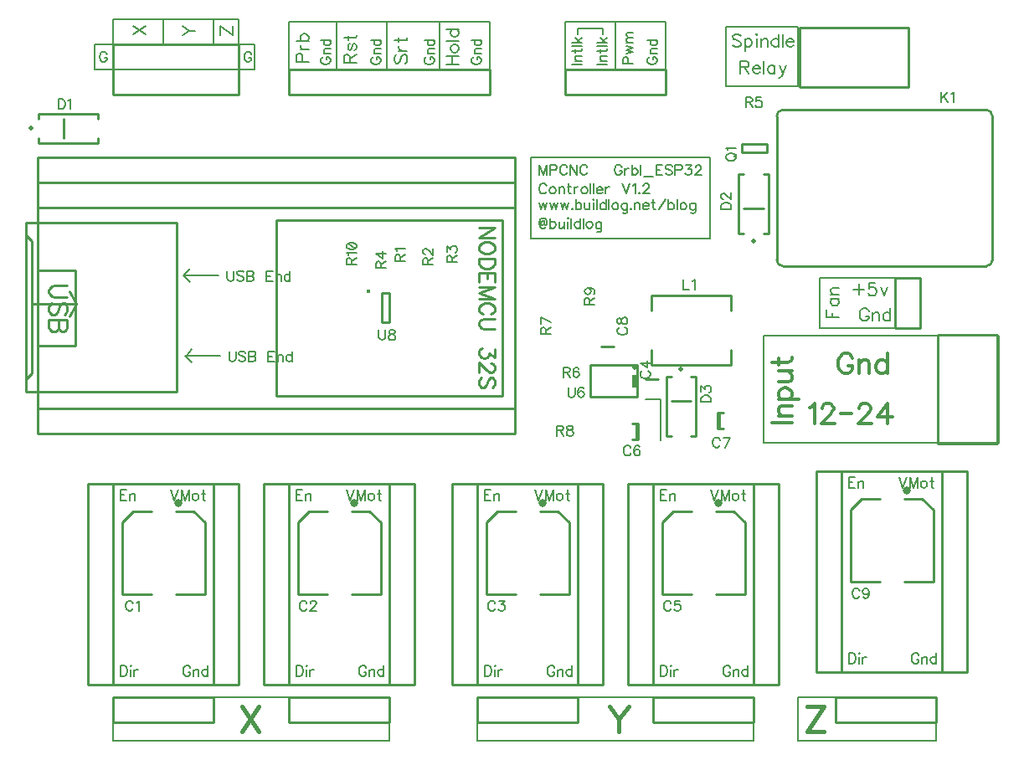
<source format=gbr>
G04 DipTrace 3.3.1.1*
G04 TopSilk.gbr*
%MOIN*%
G04 #@! TF.FileFunction,Legend,Top*
G04 #@! TF.Part,Single*
%ADD10C,0.009843*%
%ADD26C,0.008*%
%ADD28C,0.031482*%
%ADD31C,0.019677*%
%ADD33C,0.019695*%
%ADD53C,0.015395*%
%ADD55C,0.019692*%
%ADD123C,0.006176*%
%ADD124C,0.015439*%
%ADD125C,0.012351*%
%ADD126C,0.00772*%
%ADD127C,0.010807*%
%ADD128C,0.009264*%
%FSLAX26Y26*%
G04*
G70*
G90*
G75*
G01*
G04 TopSilk*
%LPD*%
X2860839Y1857614D2*
D10*
X2911980D1*
X1108701Y1287869D2*
Y1002625D1*
X1063821Y1332795D2*
X1108701Y1287869D1*
X778701D2*
Y1002625D1*
X823581Y1332795D2*
X778701Y1287869D1*
X990957Y1332795D2*
X1063821D1*
X823581D2*
X896445D1*
X990957Y1002625D2*
X1108701D1*
X778701D2*
X896445D1*
D28*
X1002738Y1364566D3*
X1808701Y1287869D2*
D10*
Y1002625D1*
X1763821Y1332795D2*
X1808701Y1287869D1*
X1478701D2*
Y1002625D1*
X1523581Y1332795D2*
X1478701Y1287869D1*
X1690957Y1332795D2*
X1763821D1*
X1523581D2*
X1596445D1*
X1690957Y1002625D2*
X1808701D1*
X1478701D2*
X1596445D1*
D28*
X1702738Y1364566D3*
X2558701Y1287869D2*
D10*
Y1002625D1*
X2513821Y1332795D2*
X2558701Y1287869D1*
X2228701D2*
Y1002625D1*
X2273581Y1332795D2*
X2228701Y1287869D1*
X2440957Y1332795D2*
X2513821D1*
X2273581D2*
X2346445D1*
X2440957Y1002625D2*
X2558701D1*
X2228701D2*
X2346445D1*
D28*
X2452738Y1364566D3*
X3258701Y1287869D2*
D10*
Y1002625D1*
X3213821Y1332795D2*
X3258701Y1287869D1*
X2928701D2*
Y1002625D1*
X2973581Y1332795D2*
X2928701Y1287869D1*
X3140957Y1332795D2*
X3213821D1*
X2973581D2*
X3046445D1*
X3140957Y1002625D2*
X3258701D1*
X2928701D2*
X3046445D1*
D28*
X3152738Y1364566D3*
X4008701Y1337869D2*
D10*
Y1052625D1*
X3963821Y1382795D2*
X4008701Y1337869D1*
X3678701D2*
Y1052625D1*
X3723581Y1382795D2*
X3678701Y1337869D1*
X3890957Y1382795D2*
X3963821D1*
X3723581D2*
X3796445D1*
X3890957Y1052625D2*
X4008701D1*
X3678701D2*
X3796445D1*
D28*
X3902738Y1414566D3*
X2824664Y1681915D2*
D10*
Y1618986D1*
X2832113Y1681915D2*
Y1618986D1*
Y1681915D2*
X2808554D1*
X2832113Y1618986D2*
X2808554D1*
X2735980Y1989895D2*
X2684839D1*
X3156988Y1662236D2*
Y1725165D1*
X3149539Y1662236D2*
Y1725165D1*
Y1662236D2*
X3173098D1*
X3149539Y1725165D2*
X3173098D1*
X3042776Y1869598D2*
X3062465D1*
Y1633374D1*
X3042776D1*
X2964043Y1869598D2*
X2944354D1*
Y1633374D1*
X2964043D1*
X3042776Y1771152D2*
X2964043D1*
D31*
X3003409Y1899112D3*
X3253383Y2439895D2*
D10*
X3233694D1*
Y2676120D1*
X3253383D1*
X3332115Y2439895D2*
X3351804D1*
Y2676120D1*
X3332115D1*
X3253383Y2538341D2*
X3332115D1*
D31*
X3292749Y2410382D3*
X445520Y2897181D2*
D10*
Y2916870D1*
X681744D1*
Y2897181D1*
X445520Y2818449D2*
Y2798760D1*
X681744D1*
Y2818449D1*
X543966Y2897181D2*
Y2818449D1*
D33*
X416006Y2857815D3*
X1443701Y3093701D2*
D10*
X2243701D1*
X1443701Y2993701D2*
Y3093701D1*
Y2993701D2*
X2243701D1*
Y3093701D1*
X1143701Y493701D2*
Y593701D1*
X743701Y493701D2*
X1143701D1*
X743701Y593701D2*
X1143701D1*
X743701Y493701D2*
Y593701D1*
X1843701Y493701D2*
Y593701D1*
X1443701Y493701D2*
X1843701D1*
X1443701Y593701D2*
X1843701D1*
X1443701Y493701D2*
Y593701D1*
X2593701Y493701D2*
Y593701D1*
X2193701Y493701D2*
X2593701D1*
X2193701Y593701D2*
X2593701D1*
X2193701Y493701D2*
Y593701D1*
X3293701Y493701D2*
Y593701D1*
X2893701Y493701D2*
X3293701D1*
X2893701Y593701D2*
X3293701D1*
X2893701Y493701D2*
Y593701D1*
X4018701Y493701D2*
Y593701D1*
X3618701Y493701D2*
X4018701D1*
X3618701Y593701D2*
X4018701D1*
X3618701Y493701D2*
Y593701D1*
X2943701Y2993701D2*
Y3093701D1*
X2543701Y2993701D2*
X2943701D1*
X2543701Y3093701D2*
X2943701D1*
X2543701Y2993701D2*
Y3093701D1*
X743701Y2993701D2*
X1243701D1*
X743701Y3193701D2*
X1243701D1*
X743701Y2993701D2*
Y3193701D1*
X1243701Y2993701D2*
Y3193701D1*
X1969401Y2743701D2*
X1977001D1*
X517801D2*
X2343701D1*
X443701D2*
X517801D1*
X443701Y2643701D2*
Y2743701D1*
Y2643701D2*
X2343701D1*
Y2743701D1*
X3856201Y2063386D2*
X3956201D1*
X3856201Y2263386D2*
Y2063386D1*
Y2263386D2*
X3956201D1*
Y2063386D1*
X394268Y2433196D2*
X419288Y2408221D1*
X394268Y2483214D2*
X994268D1*
Y1808214D1*
X394268D1*
Y2483214D1*
X419288Y2408221D2*
Y1883206D1*
X394268Y1858231D1*
X419288Y2158201D2*
X594248D1*
X569288Y2208219D1*
X594248Y2158201D2*
X569288Y2108184D1*
X3384547Y2907583D2*
G02X3408579Y2931594I24014J-3D01*
G01*
X4218783D1*
G02X4242815Y2907583I18J-24014D01*
G01*
Y2333558D1*
G02X4218783Y2309547I-24014J3D01*
G01*
X3408579D1*
G02X3384547Y2333558I-18J24014D01*
G01*
Y2907583D1*
X2885775Y2133852D2*
Y2192911D1*
X3200742D1*
Y2133852D1*
Y1976379D2*
Y1917320D1*
X2885775D1*
Y1976379D1*
X3344982Y2763586D2*
X3246560D1*
Y2795075D1*
X3344982D1*
Y2763586D1*
X4261811Y2036811D2*
X4025591D1*
Y1603740D1*
X4261811D1*
Y2036811D1*
X3907874Y3024016D2*
X3474803D1*
Y3260236D1*
X3907874D1*
Y3024016D1*
X2343701Y2643701D2*
X443701D1*
Y1643701D1*
X2343701D1*
Y2643701D1*
Y2543701D2*
X443701D1*
X2343701Y1743701D2*
X443701D1*
X2293731Y2493701D2*
X1393701D1*
Y1793701D1*
X2293731D1*
Y2493701D1*
X593611Y2293701D2*
X443701D1*
Y1993701D1*
X593611D1*
Y2293701D1*
X643701Y1443701D2*
X743721D1*
Y643701D1*
X643701D1*
Y1443701D1*
X1143681D2*
X1243701D1*
Y643701D1*
X1143681D1*
Y1443701D1*
X743721D2*
X1143681D1*
Y643701D1*
X743721D1*
Y1443701D1*
X1343701D2*
X1443721D1*
Y643701D1*
X1343701D1*
Y1443701D1*
X1843681D2*
X1943701D1*
Y643701D1*
X1843681D1*
Y1443701D1*
X1443721D2*
X1843681D1*
Y643701D1*
X1443721D1*
Y1443701D1*
X2093701D2*
X2193721D1*
Y643701D1*
X2093701D1*
Y1443701D1*
X2593681D2*
X2693701D1*
Y643701D1*
X2593681D1*
Y1443701D1*
X2193721D2*
X2593681D1*
Y643701D1*
X2193721D1*
Y1443701D1*
X2793701D2*
X2893721D1*
Y643701D1*
X2793701D1*
Y1443701D1*
X3293681D2*
X3393701D1*
Y643701D1*
X3293681D1*
Y1443701D1*
X2893721D2*
X3293681D1*
Y643701D1*
X2893721D1*
Y1443701D1*
X3543701Y1493701D2*
X3643721D1*
Y693701D1*
X3543701D1*
Y1493701D1*
X4043681D2*
X4143701D1*
Y693701D1*
X4043681D1*
Y1493701D1*
X3643721D2*
X4043681D1*
Y693701D1*
X3643721D1*
Y1493701D1*
D53*
X1758326Y2208115D3*
X1812392Y2202852D2*
D10*
Y2084744D1*
X1843882Y2202852D2*
Y2084744D1*
X1812392D2*
X1843882D1*
X1812392Y2202852D2*
X1843882D1*
X2829724Y1787812D2*
X2642717D1*
Y1915769D1*
X2829724D1*
Y1787812D1*
D55*
X2819878Y1905917D3*
G36*
X2829724Y1827167D2*
X2810032D1*
Y1876387D1*
X2829724D1*
Y1827167D1*
G37*
X743701Y593701D2*
D26*
X1843701D1*
Y418701D1*
X743701D1*
Y593701D1*
X2193701D2*
X2218701D1*
X2193701D1*
X3293701D1*
Y418701D1*
X2193701D1*
Y593701D1*
X3468701D2*
X4018701D1*
Y418701D1*
X3468701D1*
Y593701D1*
X3556201Y2263386D2*
X3956201D1*
Y2063386D1*
X3556201D1*
Y2263386D1*
X3331201Y2031201D2*
X4268701D1*
Y1606201D1*
X3331201D1*
Y2031201D1*
X2406201Y2743701D2*
X3118701D1*
Y2418701D1*
X2406201D1*
Y2743701D1*
X743701Y3293701D2*
X943701D1*
Y3193701D1*
X743701D1*
Y3293701D1*
X943701D2*
X1143701D1*
Y3193701D1*
X943701D1*
Y3293701D1*
X1143701D2*
X1243701D1*
Y3193701D1*
X1143701D1*
Y3293701D1*
X668701Y3193701D2*
X1306201D1*
Y3093701D1*
X668701D1*
Y3193701D1*
X2593701Y3231201D2*
Y3256201D1*
X2693701D1*
Y3231201D1*
X1443701Y3281201D2*
X1631201D1*
Y3093701D1*
X1443701D1*
Y3281201D1*
X1631201Y3106201D2*
Y3093701D1*
Y3106201D1*
Y3281201D2*
X1831201D1*
Y3093701D1*
X1631201D1*
Y3281201D1*
X1831201D2*
X2043701D1*
Y3093701D1*
X1831201D1*
Y3281201D1*
X2043701D2*
X2243701D1*
Y3093701D1*
X2043701D1*
Y3281201D1*
X2543701D2*
X2743701D1*
Y3093701D1*
X2543701D1*
Y3281201D1*
X2743701D2*
X2943701D1*
Y3093701D1*
X2743701D1*
Y3281201D1*
X3181201Y3262451D2*
X3468701D1*
Y3024950D1*
X3181201D1*
Y3262451D1*
X2923488Y1617490D2*
Y1779427D1*
X2863744Y1777854D1*
X1162235Y2272056D2*
X1023205D1*
X1027102Y2274655D2*
X1047892Y2298043D1*
X1024504Y2269458D2*
X1047892Y2247369D1*
X1169312Y1951648D2*
X1030282D1*
X1034180Y1954247D2*
X1054970Y1977635D1*
X1031581Y1949050D2*
X1054970Y1926961D1*
X2850447Y1892023D2*
D123*
X2846645Y1890121D1*
X2842798Y1886275D1*
X2840897Y1882472D1*
Y1874823D1*
X2842798Y1870976D1*
X2846645Y1867173D1*
X2850447Y1865228D1*
X2856195Y1863327D1*
X2865790D1*
X2871494Y1865228D1*
X2875341Y1867173D1*
X2879143Y1870976D1*
X2881089Y1874823D1*
Y1882472D1*
X2879143Y1886274D1*
X2875341Y1890121D1*
X2871494Y1892023D1*
X2881089Y1923519D2*
X2840941D1*
X2867691Y1904374D1*
Y1933070D1*
X822076Y966843D2*
X820174Y970645D1*
X816328Y974492D1*
X812525Y976393D1*
X804876D1*
X801029Y974492D1*
X797226Y970645D1*
X795281Y966843D1*
X793380Y961095D1*
Y951500D1*
X795281Y945796D1*
X797226Y941949D1*
X801029Y938147D1*
X804876Y936201D1*
X812525D1*
X816328Y938147D1*
X820174Y941949D1*
X822076Y945796D1*
X834427Y968700D2*
X838274Y970645D1*
X844022Y976349D1*
Y936201D1*
X1513476Y966843D2*
X1511574Y970645D1*
X1507728Y974492D1*
X1503925Y976393D1*
X1496276D1*
X1492429Y974492D1*
X1488627Y970645D1*
X1486681Y966843D1*
X1484780Y961095D1*
Y951500D1*
X1486681Y945796D1*
X1488627Y941949D1*
X1492429Y938147D1*
X1496276Y936201D1*
X1503925D1*
X1507728Y938147D1*
X1511574Y941949D1*
X1513476Y945796D1*
X1527773Y966799D2*
Y968700D1*
X1529674Y972547D1*
X1531575Y974448D1*
X1535422Y976349D1*
X1543071D1*
X1546874Y974448D1*
X1548775Y972547D1*
X1550721Y968700D1*
Y964897D1*
X1548775Y961051D1*
X1544972Y955347D1*
X1525827Y936201D1*
X1552622D1*
X2263476Y966843D2*
X2261574Y970645D1*
X2257728Y974492D1*
X2253925Y976393D1*
X2246276D1*
X2242429Y974492D1*
X2238627Y970645D1*
X2236681Y966843D1*
X2234780Y961095D1*
Y951500D1*
X2236681Y945796D1*
X2238627Y941949D1*
X2242429Y938147D1*
X2246276Y936201D1*
X2253925D1*
X2257728Y938147D1*
X2261574Y941949D1*
X2263476Y945796D1*
X2279674Y976349D2*
X2300676D1*
X2289224Y961051D1*
X2294972D1*
X2298775Y959149D1*
X2300676Y957248D1*
X2302622Y951500D1*
Y947697D1*
X2300676Y941949D1*
X2296874Y938103D1*
X2291126Y936201D1*
X2285378D1*
X2279674Y938103D1*
X2277773Y940048D1*
X2275827Y943851D1*
X2963476Y966843D2*
X2961574Y970645D1*
X2957728Y974492D1*
X2953925Y976393D1*
X2946276D1*
X2942429Y974492D1*
X2938627Y970645D1*
X2936681Y966843D1*
X2934780Y961095D1*
Y951500D1*
X2936681Y945796D1*
X2938627Y941949D1*
X2942429Y938147D1*
X2946276Y936201D1*
X2953925D1*
X2957728Y938147D1*
X2961574Y941949D1*
X2963476Y945796D1*
X2998775Y976349D2*
X2979674D1*
X2977773Y959149D1*
X2979674Y961051D1*
X2985422Y962996D1*
X2991126D1*
X2996874Y961051D1*
X3000721Y957248D1*
X3002622Y951500D1*
Y947697D1*
X3000721Y941949D1*
X2996874Y938103D1*
X2991126Y936201D1*
X2985422D1*
X2979674Y938103D1*
X2977773Y940048D1*
X2975827Y943851D1*
X3714426Y1016843D2*
X3712525Y1020645D1*
X3708678Y1024492D1*
X3704876Y1026393D1*
X3697226D1*
X3693380Y1024492D1*
X3689577Y1020645D1*
X3687632Y1016843D1*
X3685730Y1011095D1*
Y1001500D1*
X3687632Y995796D1*
X3689577Y991949D1*
X3693380Y988147D1*
X3697226Y986201D1*
X3704876D1*
X3708678Y988147D1*
X3712525Y991949D1*
X3714426Y995796D1*
X3751671Y1012996D2*
X3749726Y1007248D1*
X3745923Y1003401D1*
X3740175Y1001500D1*
X3738274D1*
X3732526Y1003401D1*
X3728723Y1007248D1*
X3726778Y1012996D1*
Y1014897D1*
X3728723Y1020645D1*
X3732526Y1024448D1*
X3738274Y1026349D1*
X3740175D1*
X3745923Y1024448D1*
X3749726Y1020645D1*
X3751671Y1012996D1*
Y1003401D1*
X3749726Y993851D1*
X3745923Y988103D1*
X3740175Y986201D1*
X3736373D1*
X3730625Y988103D1*
X3728723Y991949D1*
X2803088Y1585487D2*
X2801186Y1589290D1*
X2797340Y1593137D1*
X2793537Y1595038D1*
X2785888D1*
X2782041Y1593137D1*
X2778238Y1589290D1*
X2776293Y1585487D1*
X2774392Y1579739D1*
Y1570144D1*
X2776293Y1564441D1*
X2778238Y1560594D1*
X2782041Y1556791D1*
X2785888Y1554846D1*
X2793537D1*
X2797340Y1556791D1*
X2801186Y1560594D1*
X2803088Y1564441D1*
X2838387Y1589290D2*
X2836486Y1593092D1*
X2830738Y1594994D1*
X2826935D1*
X2821187Y1593092D1*
X2817340Y1587344D1*
X2815439Y1577794D1*
Y1568243D1*
X2817340Y1560594D1*
X2821187Y1556747D1*
X2826935Y1554846D1*
X2828836D1*
X2834540Y1556747D1*
X2838387Y1560594D1*
X2840288Y1566342D1*
Y1568243D1*
X2838387Y1573991D1*
X2834540Y1577794D1*
X2828836Y1579695D1*
X2826935D1*
X2821187Y1577794D1*
X2817340Y1573991D1*
X2815439Y1568243D1*
X2759274Y2065277D2*
X2755471Y2063376D1*
X2751625Y2059529D1*
X2749723Y2055727D1*
Y2048078D1*
X2751625Y2044231D1*
X2755471Y2040428D1*
X2759274Y2038483D1*
X2765022Y2036582D1*
X2774617D1*
X2780321Y2038483D1*
X2784167Y2040428D1*
X2787970Y2044231D1*
X2789915Y2048078D1*
Y2055727D1*
X2787970Y2059529D1*
X2784167Y2063376D1*
X2780321Y2065277D1*
X2749768Y2087179D2*
X2751669Y2081476D1*
X2755471Y2079530D1*
X2759318D1*
X2763121Y2081476D1*
X2765066Y2085278D1*
X2766968Y2092927D1*
X2768869Y2098675D1*
X2772716Y2102478D1*
X2776518Y2104379D1*
X2782266D1*
X2786069Y2102478D1*
X2788014Y2100577D1*
X2789915Y2094829D1*
Y2087179D1*
X2788014Y2081476D1*
X2786069Y2079530D1*
X2782266Y2077629D1*
X2776518D1*
X2772716Y2079530D1*
X2768869Y2083377D1*
X2766968Y2089081D1*
X2765066Y2096730D1*
X2763121Y2100577D1*
X2759318Y2102478D1*
X2755471D1*
X2751669Y2100577D1*
X2749768Y2094829D1*
Y2087179D1*
X3158419Y1617187D2*
X3156518Y1620989D1*
X3152671Y1624836D1*
X3148869Y1626737D1*
X3141219D1*
X3137373Y1624836D1*
X3133570Y1620989D1*
X3131625Y1617187D1*
X3129723Y1611439D1*
Y1601844D1*
X3131625Y1596140D1*
X3133570Y1592293D1*
X3137373Y1588491D1*
X3141219Y1586545D1*
X3148869D1*
X3152671Y1588491D1*
X3156518Y1592293D1*
X3158419Y1596140D1*
X3178420Y1586545D2*
X3197565Y1626693D1*
X3170771D1*
X3082422Y1767807D2*
X3122614D1*
Y1781204D1*
X3120668Y1786952D1*
X3116866Y1790799D1*
X3113019Y1792700D1*
X3107315Y1794601D1*
X3097720D1*
X3091972Y1792700D1*
X3088170Y1790799D1*
X3084323Y1786952D1*
X3082422Y1781204D1*
Y1767807D1*
X3082466Y1810799D2*
Y1831802D1*
X3097764Y1820350D1*
Y1826098D1*
X3099666Y1829901D1*
X3101567Y1831802D1*
X3107315Y1833747D1*
X3111118D1*
X3116866Y1831802D1*
X3120712Y1827999D1*
X3122614Y1822251D1*
Y1816503D1*
X3120712Y1810799D1*
X3118767Y1808898D1*
X3114964Y1806953D1*
X3162616Y2535280D2*
X3202808D1*
Y2548678D1*
X3200862Y2554426D1*
X3197060Y2558272D1*
X3193213Y2560174D1*
X3187509Y2562075D1*
X3177914D1*
X3172166Y2560174D1*
X3168364Y2558273D1*
X3164517Y2554426D1*
X3162616Y2548678D1*
Y2535280D1*
X3172211Y2576372D2*
X3170309D1*
X3166463Y2578273D1*
X3164561Y2580174D1*
X3162660Y2584021D1*
Y2591671D1*
X3164561Y2595473D1*
X3166463Y2597374D1*
X3170309Y2599320D1*
X3174112D1*
X3177959Y2597374D1*
X3183662Y2593572D1*
X3202808Y2574426D1*
Y2601221D1*
X524505Y2975449D2*
Y2935257D1*
X537902D1*
X543650Y2937202D1*
X547497Y2941005D1*
X549398Y2944851D1*
X551300Y2950555D1*
Y2960150D1*
X549398Y2965898D1*
X547497Y2969701D1*
X543650Y2973547D1*
X537902Y2975449D1*
X524505D1*
X563651Y2967755D2*
X567498Y2969701D1*
X573246Y2975404D1*
Y2935257D1*
X4039311Y3002673D2*
Y2962481D1*
X4066105Y3002673D2*
X4039311Y2975878D1*
X4048861Y2985473D2*
X4066105Y2962481D1*
X4078457Y2994979D2*
X4082303Y2996925D1*
X4088052Y3002629D1*
Y2962481D1*
X3012779Y2256749D2*
Y2216557D1*
X3035727D1*
X3048078Y2249056D2*
X3051925Y2251001D1*
X3057673Y2256705D1*
Y2216557D1*
X3182071Y2739533D2*
X3183928Y2735731D1*
X3187775Y2731884D1*
X3191622Y2729983D1*
X3197370Y2728037D1*
X3206920D1*
X3212668Y2729983D1*
X3216471Y2731884D1*
X3220318Y2735731D1*
X3222219Y2739533D1*
Y2747182D1*
X3220318Y2751029D1*
X3216471Y2754832D1*
X3212668Y2756733D1*
X3206920Y2758678D1*
X3197370D1*
X3191622Y2756733D1*
X3187775Y2754832D1*
X3183928Y2751029D1*
X3182071Y2747182D1*
Y2739533D1*
X3214570Y2745281D2*
X3226066Y2756733D1*
X3189765Y2771030D2*
X3187819Y2774877D1*
X3182115Y2780625D1*
X3222263D1*
X1690773Y2314683D2*
Y2331883D1*
X1688828Y2337631D1*
X1686926Y2339576D1*
X1683124Y2341477D1*
X1679277D1*
X1675474Y2339576D1*
X1673529Y2337631D1*
X1671628Y2331883D1*
Y2314683D1*
X1711820D1*
X1690773Y2328080D2*
X1711820Y2341477D1*
X1679321Y2353829D2*
X1677376Y2357675D1*
X1671672Y2363423D1*
X1711820D1*
X1671672Y2387271D2*
X1673573Y2381523D1*
X1679321Y2377676D1*
X1688872Y2375775D1*
X1694620D1*
X1704170Y2377676D1*
X1709918Y2381523D1*
X1711820Y2387271D1*
Y2391073D1*
X1709918Y2396821D1*
X1704170Y2400624D1*
X1694620Y2402569D1*
X1688872D1*
X1679321Y2400624D1*
X1673573Y2396821D1*
X1671672Y2391073D1*
Y2387271D1*
X1679321Y2400624D2*
X1704170Y2377676D1*
X1884484Y2329736D2*
Y2346936D1*
X1882539Y2352684D1*
X1880638Y2354629D1*
X1876835Y2356531D1*
X1872988D1*
X1869186Y2354629D1*
X1867240Y2352684D1*
X1865339Y2346936D1*
Y2329736D1*
X1905531D1*
X1884484Y2343133D2*
X1905531Y2356531D1*
X1873032Y2368882D2*
X1871087Y2372729D1*
X1865383Y2378477D1*
X1905531D1*
X1995489Y2314847D2*
X1995490Y2332047D1*
X1993544Y2337795D1*
X1991643Y2339741D1*
X1987840Y2341642D1*
X1983993D1*
X1980191Y2339741D1*
X1978245Y2337795D1*
X1976344Y2332047D1*
Y2314847D1*
X2016536D1*
X1995490Y2328245D2*
X2016536Y2341642D1*
X1985939Y2355939D2*
X1984038D1*
X1980191Y2357840D1*
X1978290Y2359741D1*
X1976388Y2363588D1*
Y2371237D1*
X1978290Y2375040D1*
X1980191Y2376941D1*
X1984038Y2378887D1*
X1987840D1*
X1991687Y2376941D1*
X1997391Y2373139D1*
X2016536Y2353993D1*
Y2380788D1*
X2090773Y2324280D2*
Y2341480D1*
X2088828Y2347228D1*
X2086926Y2349174D1*
X2083124Y2351075D1*
X2079277D1*
X2075474Y2349174D1*
X2073529Y2347228D1*
X2071628Y2341480D1*
Y2324280D1*
X2111820D1*
X2090773Y2337678D2*
X2111820Y2351075D1*
X2071672Y2367273D2*
Y2388276D1*
X2086970Y2376824D1*
Y2382572D1*
X2088872Y2386374D1*
X2090773Y2388276D1*
X2096521Y2390221D1*
X2100324D1*
X2106072Y2388276D1*
X2109918Y2384473D1*
X2111820Y2378725D1*
Y2372977D1*
X2109918Y2367273D1*
X2107973Y2365372D1*
X2104170Y2363426D1*
X2508919Y1654449D2*
X2526119D1*
X2531867Y1656394D1*
X2533813Y1658296D1*
X2535714Y1662098D1*
Y1665945D1*
X2533813Y1669747D1*
X2531867Y1671693D1*
X2526119Y1673594D1*
X2508919D1*
Y1633402D1*
X2522317Y1654449D2*
X2535714Y1633402D1*
X2557616Y1673550D2*
X2551912Y1671649D1*
X2549967Y1667846D1*
Y1663999D1*
X2551912Y1660197D1*
X2555715Y1658251D1*
X2563364Y1656350D1*
X2569112Y1654449D1*
X2572914Y1650602D1*
X2574816Y1646800D1*
Y1641052D1*
X2572914Y1637249D1*
X2571013Y1635303D1*
X2565265Y1633402D1*
X2557616D1*
X2551912Y1635303D1*
X2549967Y1637249D1*
X2548065Y1641052D1*
Y1646800D1*
X2549967Y1650602D1*
X2553813Y1654449D1*
X2559517Y1656350D1*
X2567166Y1658251D1*
X2571013Y1660197D1*
X2572914Y1663999D1*
Y1667846D1*
X2571013Y1671649D1*
X2565265Y1673550D1*
X2557616D1*
X2638949Y2157137D2*
Y2174336D1*
X2637003Y2180084D1*
X2635102Y2182030D1*
X2631300Y2183931D1*
X2627453D1*
X2623650Y2182030D1*
X2621705Y2180084D1*
X2619803Y2174336D1*
Y2157137D1*
X2659995D1*
X2638949Y2170534D2*
X2659995Y2183931D1*
X2633201Y2221176D2*
X2638949Y2219230D1*
X2642796Y2215428D1*
X2644697Y2209680D1*
Y2207779D1*
X2642796Y2202031D1*
X2638949Y2198228D1*
X2633201Y2196283D1*
X2631300D1*
X2625552Y2198228D1*
X2621749Y2202031D1*
X2619848Y2207779D1*
Y2209680D1*
X2621749Y2215428D1*
X2625552Y2219230D1*
X2633201Y2221176D1*
X2642796D1*
X2652346Y2219230D1*
X2658094Y2215428D1*
X2659995Y2209680D1*
Y2205877D1*
X2658094Y2200129D1*
X2654247Y2198228D1*
X3260632Y2962661D2*
X3277832D1*
X3283580Y2964607D1*
X3285525Y2966508D1*
X3287427Y2970311D1*
Y2974158D1*
X3285525Y2977960D1*
X3283580Y2979906D1*
X3277832Y2981807D1*
X3260632D1*
Y2941615D1*
X3274029Y2962661D2*
X3287427Y2941615D1*
X3322726Y2981763D2*
X3303625D1*
X3301724Y2964563D1*
X3303625Y2966464D1*
X3309373Y2968409D1*
X3315077D1*
X3320825Y2966464D1*
X3324671Y2962661D1*
X3326573Y2956913D1*
Y2953111D1*
X3324671Y2947363D1*
X3320825Y2943516D1*
X3315077Y2941615D1*
X3309373D1*
X3303625Y2943516D1*
X3301724Y2945462D1*
X3299778Y2949264D1*
X2464449Y2038883D2*
Y2056083D1*
X2462503Y2061831D1*
X2460602Y2063776D1*
X2456800Y2065677D1*
X2452953D1*
X2449150Y2063776D1*
X2447205Y2061831D1*
X2445303Y2056083D1*
Y2038883D1*
X2485495D1*
X2464449Y2052280D2*
X2485495Y2065677D1*
Y2085678D2*
X2445348Y2104823D1*
Y2078029D1*
X2535113Y1886781D2*
X2552312D1*
X2558061Y1888726D1*
X2560006Y1890628D1*
X2561907Y1894430D1*
Y1898277D1*
X2560006Y1902079D1*
X2558061Y1904025D1*
X2552312Y1905926D1*
X2535113D1*
Y1865734D1*
X2548510Y1886781D2*
X2561907Y1865734D1*
X2597207Y1900178D2*
X2595305Y1903981D1*
X2589557Y1905882D1*
X2585755D1*
X2580007Y1903981D1*
X2576160Y1898233D1*
X2574259Y1888682D1*
Y1879132D1*
X2576160Y1871482D1*
X2580007Y1867635D1*
X2585755Y1865734D1*
X2587656D1*
X2593360Y1867635D1*
X2597207Y1871482D1*
X2599108Y1877230D1*
Y1879132D1*
X2597207Y1884880D1*
X2593360Y1888682D1*
X2587656Y1890583D1*
X2585755D1*
X2580007Y1888682D1*
X2576160Y1884880D1*
X2574259Y1879132D1*
X1807989Y2301122D2*
X1807990Y2318322D1*
X1806044Y2324070D1*
X1804143Y2326016D1*
X1800340Y2327917D1*
X1796493D1*
X1792691Y2326016D1*
X1790745Y2324070D1*
X1788844Y2318322D1*
Y2301122D1*
X1829036D1*
X1807990Y2314520D2*
X1829036Y2327917D1*
Y2359414D2*
X1788888D1*
X1815639Y2340268D1*
Y2368964D1*
X1800107Y2055858D2*
Y2027162D1*
X1802008Y2021414D1*
X1805855Y2017611D1*
X1811603Y2015666D1*
X1815405D1*
X1821153Y2017611D1*
X1825000Y2021414D1*
X1826902Y2027162D1*
Y2055858D1*
X1848803Y2055814D2*
X1843100Y2053913D1*
X1841154Y2050110D1*
Y2046263D1*
X1843100Y2042461D1*
X1846902Y2040515D1*
X1854552Y2038614D1*
X1860300Y2036713D1*
X1864102Y2032866D1*
X1866003Y2029063D1*
Y2023315D1*
X1864102Y2019513D1*
X1862201Y2017567D1*
X1856453Y2015666D1*
X1848803D1*
X1843100Y2017567D1*
X1841154Y2019513D1*
X1839253Y2023315D1*
Y2029063D1*
X1841154Y2032866D1*
X1845001Y2036713D1*
X1850705Y2038614D1*
X1858354Y2040515D1*
X1862201Y2042461D1*
X1864102Y2046263D1*
Y2050110D1*
X1862201Y2053913D1*
X1856453Y2055814D1*
X1848803D1*
X2554119Y1827047D2*
Y1798351D1*
X2556020Y1792603D1*
X2559867Y1788800D1*
X2565615Y1786855D1*
X2569418D1*
X2575166Y1788800D1*
X2579013Y1792603D1*
X2580914Y1798351D1*
Y1827047D1*
X2616213Y1821299D2*
X2614312Y1825101D1*
X2608564Y1827003D1*
X2604761D1*
X2599013Y1825101D1*
X2595167Y1819353D1*
X2593265Y1809803D1*
Y1800252D1*
X2595167Y1792603D1*
X2599013Y1788756D1*
X2604761Y1786855D1*
X2606663D1*
X2612366Y1788756D1*
X2616213Y1792603D1*
X2618114Y1798351D1*
Y1800252D1*
X2616213Y1806000D1*
X2612366Y1809803D1*
X2606663Y1811704D1*
X2604761D1*
X2599013Y1809803D1*
X2595167Y1806000D1*
X2593265Y1800252D1*
X1256201Y555003D2*
D124*
X1323188Y454523D1*
Y555003D2*
X1256201Y454523D1*
X2718701Y555003D2*
X2756948Y507139D1*
Y454523D1*
X2795194Y555003D2*
X2756948Y507139D1*
X3506201Y555003D2*
X3573188D1*
X3506201Y454523D1*
X3573188D1*
X3687049Y1942685D2*
D125*
X3683247Y1950290D1*
X3675553Y1957983D1*
X3667948Y1961786D1*
X3652649D1*
X3644956Y1957983D1*
X3637351Y1950290D1*
X3633460Y1942685D1*
X3629657Y1931189D1*
Y1911999D1*
X3633460Y1900592D1*
X3637351Y1892898D1*
X3644956Y1885293D1*
X3652649Y1881402D1*
X3667948D1*
X3675553Y1885293D1*
X3683247Y1892898D1*
X3687049Y1900592D1*
Y1911999D1*
X3667948D1*
X3711752Y1934991D2*
Y1881402D1*
Y1919693D2*
X3723248Y1931189D1*
X3730942Y1934991D1*
X3742349D1*
X3750043Y1931189D1*
X3753845Y1919693D1*
Y1881402D1*
X3824444Y1961786D2*
Y1881402D1*
Y1923495D2*
X3816839Y1931189D1*
X3809145Y1934991D1*
X3797649D1*
X3790044Y1931189D1*
X3782351Y1923495D1*
X3778548Y1911999D1*
Y1904394D1*
X3782351Y1892898D1*
X3790044Y1885293D1*
X3797649Y1881402D1*
X3809145D1*
X3816839Y1885293D1*
X3824444Y1892898D1*
X3517157Y1746399D2*
X3524851Y1750290D1*
X3536347Y1761698D1*
Y1681402D1*
X3564941Y1742596D2*
Y1746399D1*
X3568743Y1754093D1*
X3572546Y1757895D1*
X3580239Y1761698D1*
X3595538D1*
X3603143Y1757895D1*
X3606946Y1754093D1*
X3610836Y1746399D1*
Y1738794D1*
X3606946Y1731100D1*
X3599340Y1719693D1*
X3561050Y1681402D1*
X3614639D1*
X3639342Y1721550D2*
X3683557D1*
X3712151Y1742596D2*
Y1746399D1*
X3715954Y1754093D1*
X3719756Y1757895D1*
X3727450Y1761698D1*
X3742748D1*
X3750354Y1757895D1*
X3754156Y1754093D1*
X3758047Y1746399D1*
Y1738794D1*
X3754156Y1731100D1*
X3746551Y1719693D1*
X3708260Y1681402D1*
X3761850D1*
X3824843D2*
Y1761698D1*
X3786552Y1708197D1*
X3843944D1*
X3711341Y2238026D2*
D126*
Y2194971D1*
X3689841Y2216471D2*
X3732896D1*
X3777021Y2241591D2*
X3753144D1*
X3750768Y2220091D1*
X3753144Y2222468D1*
X3760329Y2224900D1*
X3767459D1*
X3774644Y2222468D1*
X3779452Y2217715D1*
X3781829Y2210530D1*
Y2205776D1*
X3779452Y2198591D1*
X3774644Y2193783D1*
X3767459Y2191406D1*
X3760329D1*
X3753144Y2193783D1*
X3750768Y2196215D1*
X3748336Y2200968D1*
X3797268Y2224900D2*
X3811638Y2191406D1*
X3825953Y2224900D1*
X3750711Y2129708D2*
X3748335Y2134461D1*
X3743526Y2139270D1*
X3738773Y2141646D1*
X3729212D1*
X3724403Y2139270D1*
X3719650Y2134461D1*
X3717218Y2129708D1*
X3714841Y2122523D1*
Y2110530D1*
X3717218Y2103400D1*
X3719650Y2098591D1*
X3724403Y2093838D1*
X3729212Y2091406D1*
X3738773D1*
X3743526Y2093838D1*
X3748335Y2098591D1*
X3750711Y2103400D1*
Y2110530D1*
X3738773D1*
X3766151Y2124900D2*
Y2091406D1*
Y2115338D2*
X3773336Y2122523D1*
X3778144Y2124900D1*
X3785274D1*
X3790082Y2122523D1*
X3792459Y2115338D1*
Y2091406D1*
X3836583Y2141646D2*
Y2091406D1*
Y2117715D2*
X3831830Y2122523D1*
X3827021Y2124900D1*
X3819836D1*
X3815083Y2122523D1*
X3810275Y2117715D1*
X3807898Y2110530D1*
Y2105776D1*
X3810275Y2098591D1*
X3815083Y2093838D1*
X3819836Y2091406D1*
X3827021D1*
X3831830Y2093838D1*
X3836583Y2098591D1*
X3242085Y3225701D2*
X3237332Y3230510D1*
X3230147Y3232886D1*
X3220586D1*
X3213401Y3230510D1*
X3208592Y3225701D1*
Y3220948D1*
X3211024Y3216140D1*
X3213401Y3213763D1*
X3218154Y3211387D1*
X3232524Y3206578D1*
X3237332Y3204202D1*
X3239709Y3201770D1*
X3242085Y3197017D1*
Y3189831D1*
X3237332Y3185078D1*
X3230147Y3182646D1*
X3220586D1*
X3213401Y3185078D1*
X3208592Y3189831D1*
X3257525Y3216140D2*
Y3165900D1*
Y3208955D2*
X3262333Y3213708D1*
X3267086Y3216140D1*
X3274271D1*
X3279080Y3213708D1*
X3283833Y3208955D1*
X3286265Y3201770D1*
Y3196961D1*
X3283833Y3189831D1*
X3279080Y3185023D1*
X3274271Y3182646D1*
X3267086D1*
X3262333Y3185023D1*
X3257525Y3189831D1*
X3301704Y3232886D2*
X3304081Y3230510D1*
X3306513Y3232886D1*
X3304081Y3235318D1*
X3301704Y3232886D1*
X3304081Y3216140D2*
Y3182646D1*
X3321952Y3216140D2*
Y3182646D1*
Y3206578D2*
X3329137Y3213763D1*
X3333945Y3216140D1*
X3341075D1*
X3345883Y3213763D1*
X3348260Y3206578D1*
Y3182646D1*
X3392384Y3232886D2*
Y3182646D1*
Y3208955D2*
X3387631Y3213763D1*
X3382823Y3216140D1*
X3375638D1*
X3370884Y3213763D1*
X3366076Y3208955D1*
X3363699Y3201770D1*
Y3197017D1*
X3366076Y3189831D1*
X3370884Y3185078D1*
X3375638Y3182646D1*
X3382823D1*
X3387631Y3185078D1*
X3392384Y3189831D1*
X3407823Y3232886D2*
Y3182646D1*
X3423263Y3201770D2*
X3451948D1*
Y3206578D1*
X3449571Y3211387D1*
X3447194Y3213763D1*
X3442386Y3216140D1*
X3435201D1*
X3430448Y3213763D1*
X3425639Y3208955D1*
X3423263Y3201770D1*
Y3197017D1*
X3425639Y3189831D1*
X3430448Y3185078D1*
X3435201Y3182646D1*
X3442386D1*
X3447194Y3185078D1*
X3451948Y3189831D1*
X3239841Y3101770D2*
X3261341D1*
X3268526Y3104202D1*
X3270958Y3106578D1*
X3273335Y3111331D1*
Y3116140D1*
X3270958Y3120893D1*
X3268526Y3123325D1*
X3261341Y3125701D1*
X3239841D1*
Y3075461D1*
X3256588Y3101770D2*
X3273335Y3075461D1*
X3288774Y3094585D2*
X3317459D1*
Y3099393D1*
X3315082Y3104202D1*
X3312706Y3106578D1*
X3307897Y3108955D1*
X3300712D1*
X3295959Y3106578D1*
X3291151Y3101770D1*
X3288774Y3094585D1*
Y3089831D1*
X3291151Y3082646D1*
X3295959Y3077893D1*
X3300712Y3075461D1*
X3307897D1*
X3312706Y3077893D1*
X3317459Y3082646D1*
X3332898Y3125701D2*
Y3075461D1*
X3377022Y3108955D2*
Y3075461D1*
Y3101770D2*
X3372269Y3106578D1*
X3367461Y3108955D1*
X3360331D1*
X3355522Y3106578D1*
X3350769Y3101770D1*
X3348337Y3094585D1*
Y3089831D1*
X3350769Y3082646D1*
X3355522Y3077893D1*
X3360331Y3075461D1*
X3367461D1*
X3372269Y3077893D1*
X3377022Y3082646D1*
X3394893Y3108955D2*
X3409208Y3075461D1*
X3404455Y3065900D1*
X3399647Y3061091D1*
X3394893Y3058715D1*
X3392462D1*
X3423578Y3108955D2*
X3409208Y3075461D1*
X822073Y3233760D2*
X872313Y3267253D1*
X822073Y3267254D2*
X872313Y3233760D1*
X1020203Y3228447D2*
X1044135Y3247570D1*
X1070443D1*
X1020203Y3266693D2*
X1044135Y3247570D1*
X1167826Y3230823D2*
Y3264317D1*
X1218066Y3230823D1*
Y3264316D1*
X1497073Y3122273D2*
Y3143828D1*
X1494696Y3150958D1*
X1492264Y3153390D1*
X1487511Y3155767D1*
X1480326D1*
X1475573Y3153390D1*
X1473141Y3150958D1*
X1470765Y3143828D1*
X1470764Y3122273D1*
X1521004D1*
X1487511Y3171206D2*
X1521005D1*
X1501881D2*
X1494696Y3173638D1*
X1489888Y3178391D1*
X1487511Y3183199D1*
Y3190384D1*
X1470765Y3205824D2*
X1521004D1*
X1494696D2*
X1489888Y3210632D1*
X1487511Y3215385D1*
Y3222570D1*
X1489888Y3227323D1*
X1494696Y3232132D1*
X1501881Y3234508D1*
X1506634D1*
X1513819Y3232132D1*
X1518573Y3227323D1*
X1521004Y3222570D1*
Y3215385D1*
X1518573Y3210632D1*
X1513819Y3205824D1*
X1577963Y3142196D2*
D123*
X1574160Y3140295D1*
X1570313Y3136448D1*
X1568412Y3132645D1*
Y3124996D1*
X1570313Y3121149D1*
X1574160Y3117347D1*
X1577963Y3115401D1*
X1583711Y3113500D1*
X1593305D1*
X1599009Y3115401D1*
X1602856Y3117347D1*
X1606659Y3121149D1*
X1608604Y3124996D1*
Y3132645D1*
X1606659Y3136448D1*
X1602856Y3140295D1*
X1599009Y3142196D1*
X1593306D1*
Y3132645D1*
X1581809Y3154547D2*
X1608604D1*
X1589459D2*
X1583711Y3160295D1*
X1581809Y3164142D1*
Y3169846D1*
X1583711Y3173693D1*
X1589459Y3175594D1*
X1608604D1*
X1568412Y3210893D2*
X1608604D1*
X1587558D2*
X1583711Y3207091D1*
X1581809Y3203244D1*
Y3197496D1*
X1583711Y3193693D1*
X1587558Y3189847D1*
X1593306Y3187945D1*
X1597108D1*
X1602856Y3189847D1*
X1606659Y3193693D1*
X1608604Y3197496D1*
Y3203244D1*
X1606659Y3207091D1*
X1602856Y3210893D1*
X1684667Y3119804D2*
D126*
Y3141303D1*
X1682236Y3148488D1*
X1679859Y3150920D1*
X1675106Y3153297D1*
X1670297D1*
X1665544Y3150920D1*
X1663112Y3148488D1*
X1660736Y3141303D1*
Y3119804D1*
X1710976D1*
X1684667Y3136550D2*
X1710976Y3153297D1*
X1684667Y3195044D2*
X1679859Y3192668D1*
X1677482Y3185483D1*
Y3178298D1*
X1679859Y3171113D1*
X1684667Y3168736D1*
X1689421Y3171113D1*
X1691852Y3175921D1*
X1694229Y3187859D1*
X1696606Y3192668D1*
X1701414Y3195044D1*
X1703791D1*
X1708544Y3192668D1*
X1710976Y3185483D1*
Y3178298D1*
X1708544Y3171113D1*
X1703791Y3168736D1*
X1660736Y3217669D2*
X1701414D1*
X1708544Y3220045D1*
X1710976Y3224854D1*
Y3229607D1*
X1677482Y3210484D2*
Y3227230D1*
X1777961Y3142196D2*
D123*
X1774159Y3140295D1*
X1770312Y3136448D1*
X1768411Y3132645D1*
Y3124996D1*
X1770312Y3121149D1*
X1774159Y3117347D1*
X1777961Y3115401D1*
X1783709Y3113500D1*
X1793304D1*
X1799008Y3115401D1*
X1802855Y3117347D1*
X1806657Y3121149D1*
X1808603Y3124996D1*
Y3132645D1*
X1806657Y3136448D1*
X1802855Y3140295D1*
X1799008Y3142196D1*
X1793304D1*
Y3132645D1*
X1781808Y3154547D2*
X1808603D1*
X1789457D2*
X1783709Y3160295D1*
X1781808Y3164142D1*
Y3169846D1*
X1783709Y3173693D1*
X1789457Y3175594D1*
X1808603D1*
X1768411Y3210893D2*
X1808603D1*
X1787556D2*
X1783709Y3207091D1*
X1781808Y3203244D1*
Y3197496D1*
X1783709Y3193693D1*
X1787556Y3189847D1*
X1793304Y3187945D1*
X1797107D1*
X1802855Y3189847D1*
X1806657Y3193693D1*
X1808603Y3197496D1*
Y3203244D1*
X1806657Y3207091D1*
X1802855Y3210893D1*
X1870232Y3150986D2*
D126*
X1865423Y3146233D1*
X1863047Y3139048D1*
Y3129486D1*
X1865423Y3122301D1*
X1870232Y3117492D1*
X1874985D1*
X1879793Y3119924D1*
X1882170Y3122301D1*
X1884546Y3127054D1*
X1889355Y3141424D1*
X1891732Y3146233D1*
X1894163Y3148609D1*
X1898917Y3150986D1*
X1906102D1*
X1910855Y3146233D1*
X1913287Y3139048D1*
Y3129486D1*
X1910855Y3122301D1*
X1906102Y3117492D1*
X1879793Y3166425D2*
X1913287D1*
X1894163D2*
X1886978Y3168857D1*
X1882170Y3173610D1*
X1879793Y3178418D1*
Y3185604D1*
X1863047Y3208228D2*
X1903725D1*
X1910855Y3210604D1*
X1913287Y3215413D1*
Y3220166D1*
X1879793Y3201043D2*
Y3217789D1*
X1990463Y3142196D2*
D123*
X1986660Y3140295D1*
X1982813Y3136448D1*
X1980912Y3132645D1*
Y3124996D1*
X1982813Y3121149D1*
X1986660Y3117347D1*
X1990463Y3115401D1*
X1996211Y3113500D1*
X2005805D1*
X2011509Y3115401D1*
X2015356Y3117347D1*
X2019159Y3121149D1*
X2021104Y3124996D1*
Y3132645D1*
X2019159Y3136448D1*
X2015356Y3140295D1*
X2011509Y3142196D1*
X2005806D1*
Y3132645D1*
X1994309Y3154547D2*
X2021104D1*
X2001959D2*
X1996211Y3160295D1*
X1994309Y3164142D1*
Y3169846D1*
X1996211Y3173693D1*
X2001959Y3175594D1*
X2021104D1*
X1980912Y3210893D2*
X2021104D1*
X2000058D2*
X1996211Y3207091D1*
X1994309Y3203244D1*
Y3197496D1*
X1996211Y3193693D1*
X2000058Y3189847D1*
X2005806Y3187945D1*
X2009608D1*
X2015356Y3189847D1*
X2019159Y3193693D1*
X2021104Y3197496D1*
Y3203244D1*
X2019159Y3207091D1*
X2015356Y3210893D1*
X2069015Y3111523D2*
D126*
X2119255D1*
X2069015Y3145016D2*
X2119255D1*
X2092947Y3111523D2*
Y3145016D1*
X2085762Y3172393D2*
X2088138Y3167640D1*
X2092947Y3162832D1*
X2100132Y3160455D1*
X2104885D1*
X2112070Y3162832D1*
X2116823Y3167640D1*
X2119255Y3172393D1*
Y3179578D1*
X2116823Y3184387D1*
X2112070Y3189140D1*
X2104885Y3191572D1*
X2100132D1*
X2092947Y3189140D1*
X2088138Y3184387D1*
X2085762Y3179578D1*
Y3172393D1*
X2069015Y3207011D2*
X2119255D1*
X2069015Y3251135D2*
X2119255D1*
X2092947D2*
X2088138Y3246382D1*
X2085762Y3241574D1*
Y3234389D1*
X2088138Y3229635D1*
X2092947Y3224827D1*
X2100132Y3222450D1*
X2104885D1*
X2112070Y3224827D1*
X2116823Y3229635D1*
X2119255Y3234389D1*
Y3241574D1*
X2116823Y3246382D1*
X2112070Y3251135D1*
X2177963Y3142196D2*
D123*
X2174160Y3140295D1*
X2170313Y3136448D1*
X2168412Y3132645D1*
Y3124996D1*
X2170313Y3121149D1*
X2174160Y3117347D1*
X2177963Y3115401D1*
X2183711Y3113500D1*
X2193305D1*
X2199009Y3115401D1*
X2202856Y3117347D1*
X2206659Y3121149D1*
X2208604Y3124996D1*
Y3132645D1*
X2206659Y3136448D1*
X2202856Y3140295D1*
X2199009Y3142196D1*
X2193306D1*
Y3132645D1*
X2181809Y3154547D2*
X2208604D1*
X2189459D2*
X2183711Y3160295D1*
X2181809Y3164142D1*
Y3169846D1*
X2183711Y3173693D1*
X2189459Y3175594D1*
X2208604D1*
X2168412Y3210893D2*
X2208604D1*
X2187558D2*
X2183711Y3207091D1*
X2181809Y3203244D1*
Y3197496D1*
X2183711Y3193693D1*
X2187558Y3189847D1*
X2193306Y3187945D1*
X2197108D1*
X2202856Y3189847D1*
X2206659Y3193693D1*
X2208604Y3197496D1*
Y3203244D1*
X2206659Y3207091D1*
X2202856Y3210893D1*
X2793476Y3115731D2*
Y3132975D1*
X2791575Y3138679D1*
X2789629Y3140624D1*
X2785827Y3142526D1*
X2780079D1*
X2776276Y3140624D1*
X2774330Y3138679D1*
X2772429Y3132975D1*
Y3115731D1*
X2812621D1*
X2785827Y3154877D2*
X2812621Y3162526D1*
X2785827Y3170176D1*
X2812621Y3177825D1*
X2785827Y3185474D1*
Y3197826D2*
X2812621D1*
X2793476D2*
X2787728Y3203574D1*
X2785827Y3207420D1*
Y3213124D1*
X2787728Y3216971D1*
X2793476Y3218872D1*
X2812621D1*
X2793476D2*
X2787728Y3224620D1*
X2785827Y3228467D1*
Y3234171D1*
X2787728Y3238018D1*
X2793476Y3239963D1*
X2812621D1*
X2877961Y3142196D2*
X2874159Y3140295D1*
X2870312Y3136448D1*
X2868411Y3132645D1*
Y3124996D1*
X2870312Y3121149D1*
X2874159Y3117347D1*
X2877961Y3115401D1*
X2883709Y3113500D1*
X2893304D1*
X2899008Y3115401D1*
X2902855Y3117347D1*
X2906657Y3121149D1*
X2908603Y3124996D1*
Y3132645D1*
X2906657Y3136448D1*
X2902855Y3140295D1*
X2899008Y3142196D1*
X2893304D1*
Y3132645D1*
X2881808Y3154547D2*
X2908603D1*
X2889457D2*
X2883709Y3160295D1*
X2881808Y3164142D1*
Y3169846D1*
X2883709Y3173693D1*
X2889457Y3175594D1*
X2908603D1*
X2868411Y3210893D2*
X2908603D1*
X2887556D2*
X2883709Y3207091D1*
X2881808Y3203244D1*
Y3197496D1*
X2883709Y3193693D1*
X2887556Y3189847D1*
X2893304Y3187945D1*
X2897107D1*
X2902855Y3189847D1*
X2906657Y3193693D1*
X2908603Y3197496D1*
Y3203244D1*
X2906657Y3207091D1*
X2902855Y3210893D1*
X3582704Y2136137D2*
D126*
Y2105020D1*
X3632944D1*
X3606636D2*
Y2124143D1*
X3599451Y2180261D2*
X3632944D1*
X3606636D2*
X3601827Y2175508D1*
X3599451Y2170699D1*
Y2163569D1*
X3601827Y2158761D1*
X3606636Y2154008D1*
X3613821Y2151576D1*
X3618574D1*
X3625759Y2154008D1*
X3630512Y2158761D1*
X3632944Y2163569D1*
Y2170699D1*
X3630512Y2175508D1*
X3625759Y2180261D1*
X3599451Y2195700D2*
X3632944D1*
X3609012D2*
X3601827Y2202885D1*
X3599451Y2207694D1*
Y2214823D1*
X3601827Y2219632D1*
X3609012Y2222008D1*
X3632944D1*
X3364436Y1686986D2*
D125*
X3444820D1*
X3391230Y1711688D2*
X3444820D1*
X3406529D2*
X3395033Y1723184D1*
X3391230Y1730878D1*
Y1742286D1*
X3395033Y1749979D1*
X3406529Y1753782D1*
X3444820D1*
X3391230Y1778484D2*
X3471614D1*
X3402727D2*
X3395121Y1786178D1*
X3391230Y1793783D1*
Y1805279D1*
X3395121Y1812973D1*
X3402727Y1820578D1*
X3414223Y1824469D1*
X3421916D1*
X3433324Y1820578D1*
X3441017Y1812972D1*
X3444820Y1805279D1*
Y1793783D1*
X3441017Y1786178D1*
X3433324Y1778484D1*
X3391230Y1849171D2*
X3429521D1*
X3440929Y1852974D1*
X3444820Y1860667D1*
Y1872163D1*
X3440929Y1879769D1*
X3429521Y1891265D1*
X3391230D2*
X3444820D1*
X3364436Y1927463D2*
X3429521D1*
X3440929Y1931266D1*
X3444820Y1938960D1*
Y1946565D1*
X3391230Y1915967D2*
Y1942762D1*
X2469667Y2672661D2*
D123*
Y2712853D1*
X2454368Y2672661D1*
X2439069Y2712853D1*
Y2672661D1*
X2482018Y2691806D2*
X2499262D1*
X2504966Y2693708D1*
X2506911Y2695653D1*
X2508813Y2699456D1*
Y2705204D1*
X2506911Y2709006D1*
X2504966Y2710952D1*
X2499262Y2712853D1*
X2482018D1*
Y2672661D1*
X2549860Y2703302D2*
X2547959Y2707105D1*
X2544112Y2710952D1*
X2540310Y2712853D1*
X2532660D1*
X2528813Y2710952D1*
X2525011Y2707105D1*
X2523065Y2703302D1*
X2521164Y2697554D1*
Y2687960D1*
X2523065Y2682256D1*
X2525011Y2678409D1*
X2528813Y2674606D1*
X2532660Y2672661D1*
X2540310D1*
X2544112Y2674606D1*
X2547959Y2678409D1*
X2549860Y2682256D1*
X2589006Y2712853D2*
Y2672661D1*
X2562211Y2712853D1*
Y2672661D1*
X2630054Y2703302D2*
X2628152Y2707105D1*
X2624305Y2710952D1*
X2620503Y2712853D1*
X2612854D1*
X2609007Y2710952D1*
X2605204Y2707105D1*
X2603259Y2703302D1*
X2601358Y2697554D1*
Y2687960D1*
X2603259Y2682256D1*
X2605204Y2678409D1*
X2609007Y2674606D1*
X2612854Y2672661D1*
X2620503D1*
X2624305Y2674606D1*
X2628152Y2678409D1*
X2630054Y2682256D1*
X2767765Y2703302D2*
X2765864Y2707105D1*
X2762017Y2710952D1*
X2758215Y2712853D1*
X2750566D1*
X2746719Y2710952D1*
X2742916Y2707105D1*
X2740971Y2703302D1*
X2739069Y2697554D1*
Y2687960D1*
X2740971Y2682256D1*
X2742916Y2678409D1*
X2746719Y2674606D1*
X2750566Y2672661D1*
X2758215D1*
X2762017Y2674606D1*
X2765864Y2678409D1*
X2767765Y2682256D1*
Y2687960D1*
X2758215D1*
X2780117Y2699456D2*
Y2672661D1*
Y2687960D2*
X2782062Y2693708D1*
X2785865Y2697554D1*
X2789712Y2699456D1*
X2795460D1*
X2807811Y2712853D2*
Y2672661D1*
Y2693708D2*
X2811658Y2697554D1*
X2815460Y2699456D1*
X2821208D1*
X2825011Y2697554D1*
X2828858Y2693708D1*
X2830759Y2687960D1*
Y2684157D1*
X2828858Y2678409D1*
X2825011Y2674606D1*
X2821208Y2672661D1*
X2815460D1*
X2811658Y2674606D1*
X2807811Y2678409D1*
X2843110Y2712853D2*
Y2672661D1*
X2855462Y2666029D2*
X2891807D1*
X2929008Y2712853D2*
X2904158D1*
Y2672661D1*
X2929008D1*
X2904158Y2693708D2*
X2919457D1*
X2968154Y2707105D2*
X2964351Y2710952D1*
X2958603Y2712853D1*
X2950954D1*
X2945206Y2710952D1*
X2941359Y2707105D1*
Y2703302D1*
X2943304Y2699456D1*
X2945206Y2697554D1*
X2949008Y2695653D1*
X2960504Y2691806D1*
X2964351Y2689905D1*
X2966252Y2687960D1*
X2968154Y2684157D1*
Y2678409D1*
X2964351Y2674606D1*
X2958603Y2672661D1*
X2950954D1*
X2945206Y2674606D1*
X2941359Y2678409D1*
X2980505Y2691806D2*
X2997749D1*
X3003453Y2693708D1*
X3005398Y2695653D1*
X3007300Y2699456D1*
Y2705204D1*
X3005398Y2709006D1*
X3003453Y2710952D1*
X2997749Y2712853D1*
X2980505D1*
Y2672661D1*
X3023498Y2712809D2*
X3044500D1*
X3033048Y2697510D1*
X3038796D1*
X3042599Y2695609D1*
X3044500Y2693708D1*
X3046446Y2687960D1*
Y2684157D1*
X3044500Y2678409D1*
X3040698Y2674562D1*
X3034950Y2672661D1*
X3029202D1*
X3023498Y2674562D1*
X3021597Y2676508D1*
X3019651Y2680310D1*
X3060743Y2703258D2*
Y2705159D1*
X3062644Y2709006D1*
X3064545Y2710908D1*
X3068392Y2712809D1*
X3076041D1*
X3079844Y2710908D1*
X3081745Y2709006D1*
X3083691Y2705159D1*
Y2701357D1*
X3081745Y2697510D1*
X3077943Y2691806D1*
X3058797Y2672661D1*
X3085592D1*
X2467765Y2628302D2*
X2465864Y2632105D1*
X2462017Y2635952D1*
X2458215Y2637853D1*
X2450566D1*
X2446719Y2635952D1*
X2442916Y2632105D1*
X2440971Y2628302D1*
X2439069Y2622554D1*
Y2612960D1*
X2440971Y2607256D1*
X2442916Y2603409D1*
X2446719Y2599606D1*
X2450566Y2597661D1*
X2458215D1*
X2462017Y2599606D1*
X2465864Y2603409D1*
X2467765Y2607256D1*
X2489667Y2624456D2*
X2485865Y2622554D1*
X2482018Y2618708D1*
X2480117Y2612960D1*
Y2609157D1*
X2482018Y2603409D1*
X2485865Y2599606D1*
X2489667Y2597661D1*
X2495415D1*
X2499262Y2599606D1*
X2503065Y2603409D1*
X2505010Y2609157D1*
Y2612960D1*
X2503065Y2618708D1*
X2499262Y2622554D1*
X2495415Y2624456D1*
X2489667D1*
X2517362D2*
Y2597661D1*
Y2616806D2*
X2523110Y2622554D1*
X2526956Y2624456D1*
X2532660D1*
X2536507Y2622554D1*
X2538408Y2616806D1*
Y2597661D1*
X2556508Y2637853D2*
Y2605310D1*
X2558409Y2599606D1*
X2562256Y2597661D1*
X2566058D1*
X2550760Y2624456D2*
X2564157D1*
X2578410D2*
Y2597661D1*
Y2612960D2*
X2580355Y2618708D1*
X2584158Y2622554D1*
X2588004Y2624456D1*
X2593752D1*
X2615654D2*
X2611852Y2622554D1*
X2608005Y2618708D1*
X2606104Y2612960D1*
Y2609157D1*
X2608005Y2603409D1*
X2611852Y2599606D1*
X2615654Y2597661D1*
X2621402D1*
X2625249Y2599606D1*
X2629052Y2603409D1*
X2630997Y2609157D1*
Y2612960D1*
X2629052Y2618708D1*
X2625249Y2622554D1*
X2621402Y2624456D1*
X2615654D1*
X2643349Y2637853D2*
Y2597661D1*
X2655700Y2637853D2*
Y2597661D1*
X2668051Y2612960D2*
X2690999D1*
Y2616806D1*
X2689098Y2620653D1*
X2687197Y2622554D1*
X2683350Y2624456D1*
X2677602D1*
X2673799Y2622554D1*
X2669953Y2618708D1*
X2668051Y2612960D1*
Y2609157D1*
X2669953Y2603409D1*
X2673799Y2599606D1*
X2677602Y2597661D1*
X2683350D1*
X2687197Y2599606D1*
X2690999Y2603409D1*
X2703351Y2624456D2*
Y2597661D1*
Y2612960D2*
X2705296Y2618708D1*
X2709099Y2622554D1*
X2712946Y2624456D1*
X2718694D1*
X2769926Y2637853D2*
X2785224Y2597661D1*
X2800523Y2637853D1*
X2812874Y2630159D2*
X2816721Y2632105D1*
X2822469Y2637809D1*
Y2597661D1*
X2836722Y2601508D2*
X2834821Y2599562D1*
X2836722Y2597661D1*
X2838667Y2599562D1*
X2836722Y2601508D1*
X2852964Y2628258D2*
Y2630159D1*
X2854865Y2634006D1*
X2856767Y2635908D1*
X2860614Y2637809D1*
X2868263D1*
X2872065Y2635908D1*
X2873967Y2634006D1*
X2875912Y2630159D1*
Y2626357D1*
X2873967Y2622510D1*
X2870164Y2616806D1*
X2851019Y2597661D1*
X2877813D1*
X2439069Y2561956D2*
X2446719Y2535161D1*
X2454368Y2561956D1*
X2462017Y2535161D1*
X2469667Y2561956D1*
X2482018D2*
X2489667Y2535161D1*
X2497317Y2561956D1*
X2504966Y2535161D1*
X2512615Y2561956D1*
X2524967D2*
X2532616Y2535161D1*
X2540265Y2561956D1*
X2547915Y2535161D1*
X2555564Y2561956D1*
X2569817Y2539008D2*
X2567915Y2537062D1*
X2569817Y2535161D1*
X2571762Y2537062D1*
X2569817Y2539008D1*
X2584113Y2575353D2*
Y2535161D1*
Y2556208D2*
X2587960Y2560054D1*
X2591763Y2561956D1*
X2597511D1*
X2601313Y2560054D1*
X2605160Y2556208D1*
X2607061Y2550460D1*
Y2546657D1*
X2605160Y2540909D1*
X2601313Y2537106D1*
X2597511Y2535161D1*
X2591763D1*
X2587960Y2537106D1*
X2584113Y2540909D1*
X2619413Y2561956D2*
Y2542810D1*
X2621314Y2537106D1*
X2625161Y2535161D1*
X2630909D1*
X2634711Y2537106D1*
X2640459Y2542810D1*
Y2561956D2*
Y2535161D1*
X2652811Y2575353D2*
X2654712Y2573452D1*
X2656658Y2575353D1*
X2654712Y2577298D1*
X2652811Y2575353D1*
X2654712Y2561956D2*
Y2535161D1*
X2669009Y2575353D2*
Y2535161D1*
X2704308Y2575353D2*
Y2535161D1*
Y2556208D2*
X2700506Y2560054D1*
X2696659Y2561956D1*
X2690911D1*
X2687108Y2560054D1*
X2683262Y2556208D1*
X2681360Y2550460D1*
Y2546657D1*
X2683262Y2540909D1*
X2687108Y2537106D1*
X2690911Y2535161D1*
X2696659D1*
X2700506Y2537106D1*
X2704308Y2540909D1*
X2716660Y2575353D2*
Y2535161D1*
X2738562Y2561956D2*
X2734759Y2560054D1*
X2730912Y2556208D1*
X2729011Y2550460D1*
Y2546657D1*
X2730912Y2540909D1*
X2734759Y2537106D1*
X2738562Y2535161D1*
X2744310D1*
X2748156Y2537106D1*
X2751959Y2540909D1*
X2753904Y2546657D1*
Y2550460D1*
X2751959Y2556208D1*
X2748156Y2560054D1*
X2744310Y2561956D1*
X2738562D1*
X2789204Y2560054D2*
Y2529413D1*
X2787303Y2523709D1*
X2785401Y2521764D1*
X2781554Y2519862D1*
X2775806D1*
X2772004Y2521764D1*
X2789204Y2554306D2*
X2785401Y2558109D1*
X2781554Y2560054D1*
X2775806D1*
X2772004Y2558109D1*
X2768157Y2554306D1*
X2766256Y2548558D1*
Y2544712D1*
X2768157Y2539008D1*
X2772004Y2535161D1*
X2775806Y2533260D1*
X2781554D1*
X2785401Y2535161D1*
X2789204Y2539008D1*
X2803456D2*
X2801555Y2537062D1*
X2803456Y2535161D1*
X2805402Y2537062D1*
X2803456Y2539008D1*
X2817753Y2561956D2*
Y2535161D1*
Y2554306D2*
X2823501Y2560054D1*
X2827348Y2561956D1*
X2833052D1*
X2836899Y2560054D1*
X2838800Y2554306D1*
Y2535161D1*
X2851151Y2550460D2*
X2874099D1*
Y2554306D1*
X2872198Y2558153D1*
X2870297Y2560054D1*
X2866450Y2561956D1*
X2860702D1*
X2856899Y2560054D1*
X2853053Y2556208D1*
X2851151Y2550460D1*
Y2546657D1*
X2853053Y2540909D1*
X2856899Y2537106D1*
X2860702Y2535161D1*
X2866450D1*
X2870297Y2537106D1*
X2874099Y2540909D1*
X2892199Y2575353D2*
Y2542810D1*
X2894100Y2537106D1*
X2897947Y2535161D1*
X2901749D1*
X2886451Y2561956D2*
X2899848D1*
X2914101Y2535161D2*
X2940895Y2575309D1*
X2953247Y2575353D2*
Y2535161D1*
Y2556208D2*
X2957094Y2560054D1*
X2960896Y2561956D1*
X2966644D1*
X2970447Y2560054D1*
X2974293Y2556208D1*
X2976195Y2550460D1*
Y2546657D1*
X2974293Y2540909D1*
X2970447Y2537106D1*
X2966644Y2535161D1*
X2960896D1*
X2957094Y2537106D1*
X2953247Y2540909D1*
X2988546Y2575353D2*
Y2535161D1*
X3010448Y2561956D2*
X3006645Y2560054D1*
X3002799Y2556208D1*
X3000897Y2550460D1*
Y2546657D1*
X3002799Y2540909D1*
X3006645Y2537106D1*
X3010448Y2535161D1*
X3016196D1*
X3020043Y2537106D1*
X3023845Y2540909D1*
X3025791Y2546657D1*
Y2550460D1*
X3023845Y2556208D1*
X3020043Y2560054D1*
X3016196Y2561956D1*
X3010448D1*
X3061090Y2560054D2*
Y2529413D1*
X3059189Y2523709D1*
X3057288Y2521764D1*
X3053441Y2519862D1*
X3047693D1*
X3043890Y2521764D1*
X3061090Y2554306D2*
X3057288Y2558109D1*
X3053441Y2560054D1*
X3047693D1*
X3043890Y2558109D1*
X3040044Y2554306D1*
X3038142Y2548558D1*
Y2544712D1*
X3040044Y2539008D1*
X3043890Y2535161D1*
X3047693Y2533260D1*
X3053441D1*
X3057288Y2535161D1*
X3061090Y2539008D1*
X2460116Y2490758D2*
X2454368D1*
X2450566Y2488857D1*
X2448620Y2486956D1*
X2446719Y2483109D1*
Y2475460D1*
X2448620Y2473558D1*
X2452467D1*
X2460116Y2475460D1*
X2462017Y2471657D1*
X2463919D1*
X2467765Y2475460D1*
X2469667Y2485010D1*
X2467765Y2490758D1*
X2465864Y2494605D1*
X2462017Y2498408D1*
X2458215Y2500309D1*
X2450566D1*
X2446719Y2498408D1*
X2442916Y2494605D1*
X2440971Y2490758D1*
X2439069Y2485010D1*
Y2475460D1*
X2440971Y2469712D1*
X2442916Y2465909D1*
X2446719Y2462062D1*
X2450566Y2460161D1*
X2458215D1*
X2462017Y2462062D1*
X2465864Y2465909D1*
X2460116Y2492659D2*
Y2475460D1*
X2482018Y2500353D2*
Y2460161D1*
Y2481208D2*
X2485865Y2485054D1*
X2489667Y2486956D1*
X2495415D1*
X2499218Y2485054D1*
X2503065Y2481208D1*
X2504966Y2475460D1*
Y2471657D1*
X2503065Y2465909D1*
X2499218Y2462106D1*
X2495415Y2460161D1*
X2489667D1*
X2485865Y2462106D1*
X2482018Y2465909D1*
X2517317Y2486956D2*
Y2467810D1*
X2519219Y2462106D1*
X2523065Y2460161D1*
X2528813D1*
X2532616Y2462106D1*
X2538364Y2467810D1*
Y2486956D2*
Y2460161D1*
X2550715Y2500353D2*
X2552617Y2498452D1*
X2554562Y2500353D1*
X2552617Y2502298D1*
X2550715Y2500353D1*
X2552617Y2486956D2*
Y2460161D1*
X2566914Y2500353D2*
Y2460161D1*
X2602213Y2500353D2*
Y2460161D1*
Y2481208D2*
X2598410Y2485054D1*
X2594564Y2486956D1*
X2588816D1*
X2585013Y2485054D1*
X2581166Y2481208D1*
X2579265Y2475460D1*
Y2471657D1*
X2581166Y2465909D1*
X2585013Y2462106D1*
X2588816Y2460161D1*
X2594564D1*
X2598410Y2462106D1*
X2602213Y2465909D1*
X2614564Y2500353D2*
Y2460161D1*
X2636466Y2486956D2*
X2632664Y2485054D1*
X2628817Y2481208D1*
X2626916Y2475460D1*
Y2471657D1*
X2628817Y2465909D1*
X2632664Y2462106D1*
X2636466Y2460161D1*
X2642214D1*
X2646061Y2462106D1*
X2649864Y2465909D1*
X2651809Y2471657D1*
Y2475460D1*
X2649864Y2481208D1*
X2646061Y2485054D1*
X2642214Y2486956D1*
X2636466D1*
X2687108Y2485054D2*
Y2454413D1*
X2685207Y2448709D1*
X2683306Y2446764D1*
X2679459Y2444862D1*
X2673711D1*
X2669909Y2446764D1*
X2687108Y2479306D2*
X2683306Y2483109D1*
X2679459Y2485054D1*
X2673711D1*
X2669909Y2483109D1*
X2666062Y2479306D1*
X2664160Y2473558D1*
Y2469712D1*
X2666062Y2464008D1*
X2669909Y2460161D1*
X2673711Y2458260D1*
X2679459D1*
X2683306Y2460161D1*
X2687108Y2464008D1*
X1292765Y3153302D2*
X1290864Y3157105D1*
X1287017Y3160952D1*
X1283215Y3162853D1*
X1275566D1*
X1271719Y3160952D1*
X1267916Y3157105D1*
X1265971Y3153302D1*
X1264069Y3147554D1*
Y3137960D1*
X1265971Y3132256D1*
X1267916Y3128409D1*
X1271719Y3124606D1*
X1275566Y3122661D1*
X1283215D1*
X1287017Y3124606D1*
X1290864Y3128409D1*
X1292765Y3132256D1*
Y3137960D1*
X1283215D1*
X717765Y3153302D2*
X715864Y3157105D1*
X712017Y3160952D1*
X708215Y3162853D1*
X700566D1*
X696719Y3160952D1*
X692916Y3157105D1*
X690971Y3153302D1*
X689069Y3147554D1*
Y3137960D1*
X690971Y3132256D1*
X692916Y3128409D1*
X696719Y3124606D1*
X700566Y3122661D1*
X708215D1*
X712017Y3124606D1*
X715864Y3128409D1*
X717765Y3132256D1*
Y3137960D1*
X708215D1*
X2568411Y3113500D2*
X2608603D1*
X2581808Y3125851D2*
X2608603D1*
X2589457D2*
X2583709Y3131599D1*
X2581808Y3135446D1*
Y3141150D1*
X2583709Y3144997D1*
X2589457Y3146898D1*
X2608603D1*
X2568411Y3164997D2*
X2600954D1*
X2606657Y3166899D1*
X2608603Y3170745D1*
Y3174548D1*
X2581808Y3159249D2*
Y3172647D1*
X2568411Y3186899D2*
X2608603D1*
X2568411Y3199251D2*
X2608603D1*
X2581808Y3218396D2*
X2600954Y3199251D1*
X2593304Y3206900D2*
X2608603Y3220297D1*
X2668411Y3113500D2*
X2708603D1*
X2681808Y3125851D2*
X2708603D1*
X2689457D2*
X2683709Y3131599D1*
X2681808Y3135446D1*
Y3141150D1*
X2683709Y3144997D1*
X2689457Y3146898D1*
X2708603D1*
X2668411Y3164997D2*
X2700954D1*
X2706657Y3166899D1*
X2708603Y3170745D1*
Y3174548D1*
X2681808Y3159249D2*
Y3172647D1*
X2668411Y3186899D2*
X2708603D1*
X2668411Y3199251D2*
X2708603D1*
X2681808Y3218396D2*
X2700954Y3199251D1*
X2693304Y3206900D2*
X2708603Y3220297D1*
X1197097Y2290041D2*
Y2261345D1*
X1198998Y2255597D1*
X1202845Y2251794D1*
X1208593Y2249849D1*
X1212396D1*
X1218144Y2251794D1*
X1221990Y2255597D1*
X1223892Y2261345D1*
Y2290041D1*
X1263038Y2284293D2*
X1259235Y2288139D1*
X1253487Y2290041D1*
X1245838D1*
X1240090Y2288139D1*
X1236243Y2284293D1*
Y2280490D1*
X1238189Y2276643D1*
X1240090Y2274742D1*
X1243892Y2272841D1*
X1255388Y2268994D1*
X1259235Y2267093D1*
X1261137Y2265147D1*
X1263038Y2261345D1*
Y2255597D1*
X1259235Y2251794D1*
X1253487Y2249849D1*
X1245838D1*
X1240090Y2251794D1*
X1236243Y2255597D1*
X1275389Y2290041D2*
Y2249849D1*
X1292633D1*
X1298381Y2251794D1*
X1300283Y2253695D1*
X1302184Y2257498D1*
Y2263246D1*
X1300283Y2267093D1*
X1298381Y2268994D1*
X1292633Y2270895D1*
X1298381Y2272841D1*
X1300283Y2274742D1*
X1302184Y2278545D1*
Y2282391D1*
X1300283Y2286194D1*
X1298381Y2288139D1*
X1292633Y2290041D1*
X1275389D1*
Y2270895D2*
X1292633D1*
X1378265Y2290041D2*
X1353416D1*
Y2249849D1*
X1378265D1*
X1353416Y2270895D2*
X1368715D1*
X1390617Y2276643D2*
Y2249849D1*
Y2268994D2*
X1396365Y2274742D1*
X1400211Y2276643D1*
X1405915D1*
X1409762Y2274742D1*
X1411663Y2268994D1*
Y2249849D1*
X1446963Y2290041D2*
Y2249849D1*
Y2270895D2*
X1443160Y2274742D1*
X1439313Y2276643D1*
X1433565D1*
X1429763Y2274742D1*
X1425916Y2270895D1*
X1424015Y2265147D1*
Y2261345D1*
X1425916Y2255597D1*
X1429763Y2251794D1*
X1433565Y2249849D1*
X1439313D1*
X1443160Y2251794D1*
X1446963Y2255597D1*
X1204174Y1969633D2*
Y1940937D1*
X1206076Y1935189D1*
X1209922Y1931386D1*
X1215671Y1929441D1*
X1219473D1*
X1225221Y1931386D1*
X1229068Y1935189D1*
X1230969Y1940937D1*
Y1969633D1*
X1270115Y1963884D2*
X1266313Y1967731D1*
X1260565Y1969633D1*
X1252915D1*
X1247167Y1967731D1*
X1243321Y1963884D1*
Y1960082D1*
X1245266Y1956235D1*
X1247167Y1954334D1*
X1250970Y1952433D1*
X1262466Y1948586D1*
X1266313Y1946685D1*
X1268214Y1944739D1*
X1270115Y1940937D1*
Y1935189D1*
X1266313Y1931386D1*
X1260565Y1929441D1*
X1252915D1*
X1247167Y1931386D1*
X1243321Y1935189D1*
X1282467Y1969633D2*
Y1929441D1*
X1299711D1*
X1305459Y1931386D1*
X1307360Y1933287D1*
X1309261Y1937090D1*
Y1942838D1*
X1307360Y1946685D1*
X1305459Y1948586D1*
X1299711Y1950487D1*
X1305459Y1952433D1*
X1307360Y1954334D1*
X1309261Y1958136D1*
Y1961983D1*
X1307360Y1965786D1*
X1305459Y1967731D1*
X1299711Y1969633D1*
X1282467D1*
Y1950487D2*
X1299711D1*
X1385343Y1969633D2*
X1360493D1*
Y1929441D1*
X1385343D1*
X1360493Y1950487D2*
X1375792D1*
X1397694Y1956235D2*
Y1929441D1*
Y1948586D2*
X1403442Y1954334D1*
X1407289Y1956235D1*
X1412993D1*
X1416839Y1954334D1*
X1418741Y1948586D1*
Y1929441D1*
X1454040Y1969633D2*
Y1929441D1*
Y1950487D2*
X1450237Y1954334D1*
X1446391Y1956235D1*
X1440643D1*
X1436840Y1954334D1*
X1432993Y1950487D1*
X1431092Y1944739D1*
Y1940937D1*
X1432993Y1935189D1*
X1436840Y1931386D1*
X1440643Y1929441D1*
X1446391D1*
X1450237Y1931386D1*
X1454040Y1935189D1*
X557519Y2231897D2*
D127*
X507301D1*
X497242Y2228570D1*
X490587Y2221838D1*
X487183Y2211779D1*
Y2205124D1*
X490587Y2195065D1*
X497242Y2188334D1*
X507301Y2185006D1*
X557519D1*
X547460Y2116501D2*
X554191Y2123155D1*
X557519Y2133214D1*
Y2146600D1*
X554191Y2156660D1*
X547460Y2163391D1*
X540805D1*
X534073Y2159987D1*
X530746Y2156660D1*
X527419Y2150005D1*
X520687Y2129887D1*
X517360Y2123155D1*
X513955Y2119828D1*
X507301Y2116501D1*
X497242D1*
X490587Y2123155D1*
X487183Y2133214D1*
Y2146601D1*
X490587Y2156660D1*
X497242Y2163391D1*
X557519Y2094886D2*
X487183D1*
Y2064709D1*
X490587Y2054650D1*
X493914Y2051322D1*
X500569Y2047995D1*
X510628D1*
X517360Y2051322D1*
X520687Y2054650D1*
X524014Y2064709D1*
X527419Y2054650D1*
X530746Y2051322D1*
X537400Y2047995D1*
X544132D1*
X550787Y2051322D1*
X554191Y2054650D1*
X557519Y2064709D1*
Y2094886D1*
X524014D2*
Y2064709D1*
X2260840Y2423877D2*
D128*
X2200552D1*
X2260840Y2464069D1*
X2200552D1*
X2260840Y2388106D2*
X2257988Y2393876D1*
X2252218Y2399580D1*
X2246514Y2402498D1*
X2237892Y2405350D1*
X2223500D1*
X2214944Y2402498D1*
X2209174Y2399580D1*
X2203471Y2393876D1*
X2200552Y2388106D1*
Y2376632D1*
X2203471Y2370928D1*
X2209174Y2365158D1*
X2214944Y2362306D1*
X2223500Y2359454D1*
X2237892D1*
X2246514Y2362306D1*
X2252218Y2365158D1*
X2257988Y2370928D1*
X2260840Y2376632D1*
Y2388106D1*
Y2340927D2*
X2200552D1*
Y2320831D1*
X2203471Y2312209D1*
X2209174Y2306439D1*
X2214945Y2303587D1*
X2223500Y2300735D1*
X2237892D1*
X2246514Y2303587D1*
X2252218Y2306439D1*
X2257988Y2312209D1*
X2260840Y2320831D1*
Y2340927D1*
Y2244934D2*
Y2282208D1*
X2200552D1*
Y2244934D1*
X2232122Y2282208D2*
Y2259260D1*
X2200552Y2180511D2*
X2260840D1*
X2200552Y2203459D1*
X2260840Y2226407D1*
X2200552D1*
X2246514Y2118940D2*
X2252218Y2121792D1*
X2257988Y2127562D1*
X2260840Y2133266D1*
Y2144740D1*
X2257988Y2150510D1*
X2252218Y2156214D1*
X2246514Y2159132D1*
X2237892Y2161984D1*
X2223500D1*
X2214945Y2159132D1*
X2209174Y2156214D1*
X2203471Y2150510D1*
X2200552Y2144740D1*
Y2133266D1*
X2203471Y2127562D1*
X2209174Y2121792D1*
X2214945Y2118940D1*
X2260840Y2100413D2*
X2217796D1*
X2209174Y2097561D1*
X2203471Y2091791D1*
X2200552Y2083169D1*
Y2077465D1*
X2203471Y2068843D1*
X2209174Y2063073D1*
X2217796Y2060221D1*
X2260840D1*
X2260774Y1977603D2*
Y1946099D1*
X2237826Y1963277D1*
Y1954655D1*
X2234974Y1948951D1*
X2232122Y1946099D1*
X2223500Y1943181D1*
X2217796D1*
X2209174Y1946099D1*
X2203404Y1951803D1*
X2200552Y1960425D1*
Y1969047D1*
X2203404Y1977603D1*
X2206322Y1980455D1*
X2212026Y1983373D1*
X2246448Y1921736D2*
X2249300D1*
X2255070Y1918884D1*
X2257922Y1916032D1*
X2260774Y1910262D1*
Y1898788D1*
X2257922Y1893084D1*
X2255070Y1890232D1*
X2249300Y1887314D1*
X2243596D1*
X2237826Y1890232D1*
X2229270Y1895936D1*
X2200552Y1924654D1*
Y1884462D1*
X2252218Y1825743D2*
X2257988Y1831446D1*
X2260840Y1840068D1*
Y1851542D1*
X2257988Y1860164D1*
X2252218Y1865935D1*
X2246514D1*
X2240744Y1863016D1*
X2237892Y1860164D1*
X2235041Y1854461D1*
X2229270Y1837217D1*
X2226418Y1831446D1*
X2223500Y1828595D1*
X2217796Y1825743D1*
X2209174D1*
X2203471Y1831446D1*
X2200552Y1840068D1*
Y1851542D1*
X2203471Y1860164D1*
X2209174Y1865935D1*
X971809Y1417654D2*
D123*
X987107Y1377462D1*
X1002406Y1417654D1*
X1045354Y1377462D2*
Y1417654D1*
X1030056Y1377462D1*
X1014757Y1417654D1*
Y1377462D1*
X1067256Y1404256D2*
X1063454Y1402355D1*
X1059607Y1398508D1*
X1057706Y1392760D1*
Y1388958D1*
X1059607Y1383210D1*
X1063454Y1379407D1*
X1067256Y1377462D1*
X1073004D1*
X1076851Y1379407D1*
X1080654Y1383210D1*
X1082599Y1388958D1*
Y1392760D1*
X1080654Y1398508D1*
X1076851Y1402355D1*
X1073004Y1404256D1*
X1067256D1*
X1100699Y1417654D2*
Y1385111D1*
X1102600Y1379407D1*
X1106447Y1377462D1*
X1110249D1*
X1094951Y1404256D2*
X1108348D1*
X1050485Y708103D2*
X1048583Y711906D1*
X1044737Y715753D1*
X1040934Y717654D1*
X1033285D1*
X1029438Y715753D1*
X1025635Y711906D1*
X1023690Y708103D1*
X1021789Y702355D1*
Y692760D1*
X1023690Y687057D1*
X1025635Y683210D1*
X1029438Y679407D1*
X1033285Y677462D1*
X1040934D1*
X1044737Y679407D1*
X1048583Y683210D1*
X1050485Y687057D1*
Y692760D1*
X1040934D1*
X1062836Y704256D2*
Y677462D1*
Y696607D2*
X1068584Y702355D1*
X1072431Y704256D1*
X1078135D1*
X1081981Y702355D1*
X1083883Y696607D1*
Y677462D1*
X1119182Y717654D2*
Y677462D1*
Y698508D2*
X1115379Y702355D1*
X1111533Y704256D1*
X1105785D1*
X1101982Y702355D1*
X1098135Y698508D1*
X1096234Y692760D1*
Y688958D1*
X1098135Y683210D1*
X1101982Y679407D1*
X1105785Y677462D1*
X1111533D1*
X1115379Y679407D1*
X1119182Y683210D1*
X796618Y1417654D2*
X771769D1*
Y1377462D1*
X796618D1*
X771769Y1398508D2*
X787067D1*
X808969Y1404256D2*
Y1377462D1*
Y1396607D2*
X814717Y1402355D1*
X818564Y1404256D1*
X824268D1*
X828115Y1402355D1*
X830016Y1396607D1*
Y1377462D1*
X771769Y717654D2*
Y677462D1*
X785166D1*
X790914Y679407D1*
X794761Y683210D1*
X796662Y687057D1*
X798563Y692760D1*
Y702355D1*
X796662Y708103D1*
X794761Y711906D1*
X790914Y715753D1*
X785166Y717654D1*
X771769D1*
X810915D2*
X812816Y715753D1*
X814761Y717654D1*
X812816Y719599D1*
X810915Y717654D1*
X812816Y704256D2*
Y677462D1*
X827113Y704256D2*
Y677462D1*
Y692760D2*
X829058Y698508D1*
X832861Y702355D1*
X836708Y704256D1*
X842456D1*
X1671809Y1417654D2*
X1687107Y1377462D1*
X1702406Y1417654D1*
X1745354Y1377462D2*
Y1417654D1*
X1730056Y1377462D1*
X1714757Y1417654D1*
Y1377462D1*
X1767256Y1404256D2*
X1763454Y1402355D1*
X1759607Y1398508D1*
X1757706Y1392760D1*
Y1388958D1*
X1759607Y1383210D1*
X1763454Y1379407D1*
X1767256Y1377462D1*
X1773004D1*
X1776851Y1379407D1*
X1780654Y1383210D1*
X1782599Y1388958D1*
Y1392760D1*
X1780654Y1398508D1*
X1776851Y1402355D1*
X1773004Y1404256D1*
X1767256D1*
X1800699Y1417654D2*
Y1385111D1*
X1802600Y1379407D1*
X1806447Y1377462D1*
X1810249D1*
X1794951Y1404256D2*
X1808348D1*
X1750485Y708103D2*
X1748583Y711906D1*
X1744737Y715753D1*
X1740934Y717654D1*
X1733285D1*
X1729438Y715753D1*
X1725635Y711906D1*
X1723690Y708103D1*
X1721789Y702355D1*
Y692760D1*
X1723690Y687057D1*
X1725635Y683210D1*
X1729438Y679407D1*
X1733285Y677462D1*
X1740934D1*
X1744737Y679407D1*
X1748583Y683210D1*
X1750485Y687057D1*
Y692760D1*
X1740934D1*
X1762836Y704256D2*
Y677462D1*
Y696607D2*
X1768584Y702355D1*
X1772431Y704256D1*
X1778135D1*
X1781981Y702355D1*
X1783883Y696607D1*
Y677462D1*
X1819182Y717654D2*
Y677462D1*
Y698508D2*
X1815379Y702355D1*
X1811533Y704256D1*
X1805785D1*
X1801982Y702355D1*
X1798135Y698508D1*
X1796234Y692760D1*
Y688958D1*
X1798135Y683210D1*
X1801982Y679407D1*
X1805785Y677462D1*
X1811533D1*
X1815379Y679407D1*
X1819182Y683210D1*
X1496618Y1417654D2*
X1471769D1*
Y1377462D1*
X1496618D1*
X1471769Y1398508D2*
X1487067D1*
X1508969Y1404256D2*
Y1377462D1*
Y1396607D2*
X1514717Y1402355D1*
X1518564Y1404256D1*
X1524268D1*
X1528115Y1402355D1*
X1530016Y1396607D1*
Y1377462D1*
X1471769Y717654D2*
Y677462D1*
X1485166D1*
X1490914Y679407D1*
X1494761Y683210D1*
X1496662Y687057D1*
X1498563Y692760D1*
Y702355D1*
X1496662Y708103D1*
X1494761Y711906D1*
X1490914Y715753D1*
X1485166Y717654D1*
X1471769D1*
X1510915D2*
X1512816Y715753D1*
X1514761Y717654D1*
X1512816Y719599D1*
X1510915Y717654D1*
X1512816Y704256D2*
Y677462D1*
X1527113Y704256D2*
Y677462D1*
Y692760D2*
X1529058Y698508D1*
X1532861Y702355D1*
X1536708Y704256D1*
X1542456D1*
X2421809Y1417654D2*
X2437107Y1377462D1*
X2452406Y1417654D1*
X2495354Y1377462D2*
Y1417654D1*
X2480056Y1377462D1*
X2464757Y1417654D1*
Y1377462D1*
X2517256Y1404256D2*
X2513454Y1402355D1*
X2509607Y1398508D1*
X2507706Y1392760D1*
Y1388958D1*
X2509607Y1383210D1*
X2513454Y1379407D1*
X2517256Y1377462D1*
X2523004D1*
X2526851Y1379407D1*
X2530654Y1383210D1*
X2532599Y1388958D1*
Y1392760D1*
X2530654Y1398508D1*
X2526851Y1402355D1*
X2523004Y1404256D1*
X2517256D1*
X2550699Y1417654D2*
Y1385111D1*
X2552600Y1379407D1*
X2556447Y1377462D1*
X2560249D1*
X2544951Y1404256D2*
X2558348D1*
X2500485Y708103D2*
X2498583Y711906D1*
X2494737Y715753D1*
X2490934Y717654D1*
X2483285D1*
X2479438Y715753D1*
X2475635Y711906D1*
X2473690Y708103D1*
X2471789Y702355D1*
Y692760D1*
X2473690Y687057D1*
X2475635Y683210D1*
X2479438Y679407D1*
X2483285Y677462D1*
X2490934D1*
X2494737Y679407D1*
X2498583Y683210D1*
X2500485Y687057D1*
Y692760D1*
X2490934D1*
X2512836Y704256D2*
Y677462D1*
Y696607D2*
X2518584Y702355D1*
X2522431Y704256D1*
X2528135D1*
X2531981Y702355D1*
X2533883Y696607D1*
Y677462D1*
X2569182Y717654D2*
Y677462D1*
Y698508D2*
X2565379Y702355D1*
X2561533Y704256D1*
X2555785D1*
X2551982Y702355D1*
X2548135Y698508D1*
X2546234Y692760D1*
Y688958D1*
X2548135Y683210D1*
X2551982Y679407D1*
X2555785Y677462D1*
X2561533D1*
X2565379Y679407D1*
X2569182Y683210D1*
X2246618Y1417654D2*
X2221769D1*
Y1377462D1*
X2246618D1*
X2221769Y1398508D2*
X2237067D1*
X2258969Y1404256D2*
Y1377462D1*
Y1396607D2*
X2264717Y1402355D1*
X2268564Y1404256D1*
X2274268D1*
X2278115Y1402355D1*
X2280016Y1396607D1*
Y1377462D1*
X2221769Y717654D2*
Y677462D1*
X2235166D1*
X2240914Y679407D1*
X2244761Y683210D1*
X2246662Y687057D1*
X2248563Y692760D1*
Y702355D1*
X2246662Y708103D1*
X2244761Y711906D1*
X2240914Y715753D1*
X2235166Y717654D1*
X2221769D1*
X2260915D2*
X2262816Y715753D1*
X2264761Y717654D1*
X2262816Y719599D1*
X2260915Y717654D1*
X2262816Y704256D2*
Y677462D1*
X2277113Y704256D2*
Y677462D1*
Y692760D2*
X2279058Y698508D1*
X2282861Y702355D1*
X2286708Y704256D1*
X2292456D1*
X3121809Y1417654D2*
X3137107Y1377462D1*
X3152406Y1417654D1*
X3195354Y1377462D2*
Y1417654D1*
X3180056Y1377462D1*
X3164757Y1417654D1*
Y1377462D1*
X3217256Y1404256D2*
X3213454Y1402355D1*
X3209607Y1398508D1*
X3207706Y1392760D1*
Y1388958D1*
X3209607Y1383210D1*
X3213454Y1379407D1*
X3217256Y1377462D1*
X3223004D1*
X3226851Y1379407D1*
X3230654Y1383210D1*
X3232599Y1388958D1*
Y1392760D1*
X3230654Y1398508D1*
X3226851Y1402355D1*
X3223004Y1404256D1*
X3217256D1*
X3250699Y1417654D2*
Y1385111D1*
X3252600Y1379407D1*
X3256447Y1377462D1*
X3260249D1*
X3244951Y1404256D2*
X3258348D1*
X3200485Y708103D2*
X3198583Y711906D1*
X3194737Y715753D1*
X3190934Y717654D1*
X3183285D1*
X3179438Y715753D1*
X3175635Y711906D1*
X3173690Y708103D1*
X3171789Y702355D1*
Y692760D1*
X3173690Y687057D1*
X3175635Y683210D1*
X3179438Y679407D1*
X3183285Y677462D1*
X3190934D1*
X3194737Y679407D1*
X3198583Y683210D1*
X3200485Y687057D1*
Y692760D1*
X3190934D1*
X3212836Y704256D2*
Y677462D1*
Y696607D2*
X3218584Y702355D1*
X3222431Y704256D1*
X3228135D1*
X3231981Y702355D1*
X3233883Y696607D1*
Y677462D1*
X3269182Y717654D2*
Y677462D1*
Y698508D2*
X3265379Y702355D1*
X3261533Y704256D1*
X3255785D1*
X3251982Y702355D1*
X3248135Y698508D1*
X3246234Y692760D1*
Y688958D1*
X3248135Y683210D1*
X3251982Y679407D1*
X3255785Y677462D1*
X3261533D1*
X3265379Y679407D1*
X3269182Y683210D1*
X2946618Y1417654D2*
X2921769D1*
Y1377462D1*
X2946618D1*
X2921769Y1398508D2*
X2937067D1*
X2958969Y1404256D2*
Y1377462D1*
Y1396607D2*
X2964717Y1402355D1*
X2968564Y1404256D1*
X2974268D1*
X2978115Y1402355D1*
X2980016Y1396607D1*
Y1377462D1*
X2921769Y717654D2*
Y677462D1*
X2935166D1*
X2940914Y679407D1*
X2944761Y683210D1*
X2946662Y687057D1*
X2948563Y692760D1*
Y702355D1*
X2946662Y708103D1*
X2944761Y711906D1*
X2940914Y715753D1*
X2935166Y717654D1*
X2921769D1*
X2960915D2*
X2962816Y715753D1*
X2964761Y717654D1*
X2962816Y719599D1*
X2960915Y717654D1*
X2962816Y704256D2*
Y677462D1*
X2977113Y704256D2*
Y677462D1*
Y692760D2*
X2979058Y698508D1*
X2982861Y702355D1*
X2986708Y704256D1*
X2992456D1*
X3871809Y1467654D2*
X3887107Y1427462D1*
X3902406Y1467654D1*
X3945354Y1427462D2*
Y1467654D1*
X3930056Y1427462D1*
X3914757Y1467654D1*
Y1427462D1*
X3967256Y1454256D2*
X3963454Y1452355D1*
X3959607Y1448508D1*
X3957706Y1442760D1*
Y1438958D1*
X3959607Y1433210D1*
X3963454Y1429407D1*
X3967256Y1427462D1*
X3973004D1*
X3976851Y1429407D1*
X3980654Y1433210D1*
X3982599Y1438958D1*
Y1442760D1*
X3980654Y1448508D1*
X3976851Y1452355D1*
X3973004Y1454256D1*
X3967256D1*
X4000699Y1467654D2*
Y1435111D1*
X4002600Y1429407D1*
X4006447Y1427462D1*
X4010249D1*
X3994951Y1454256D2*
X4008348D1*
X3950485Y758103D2*
X3948583Y761906D1*
X3944737Y765753D1*
X3940934Y767654D1*
X3933285D1*
X3929438Y765753D1*
X3925635Y761906D1*
X3923690Y758103D1*
X3921789Y752355D1*
Y742760D1*
X3923690Y737057D1*
X3925635Y733210D1*
X3929438Y729407D1*
X3933285Y727462D1*
X3940934D1*
X3944737Y729407D1*
X3948583Y733210D1*
X3950485Y737057D1*
Y742760D1*
X3940934D1*
X3962836Y754256D2*
Y727462D1*
Y746607D2*
X3968584Y752355D1*
X3972431Y754256D1*
X3978135D1*
X3981981Y752355D1*
X3983883Y746607D1*
Y727462D1*
X4019182Y767654D2*
Y727462D1*
Y748508D2*
X4015379Y752355D1*
X4011533Y754256D1*
X4005785D1*
X4001982Y752355D1*
X3998135Y748508D1*
X3996234Y742760D1*
Y738958D1*
X3998135Y733210D1*
X4001982Y729407D1*
X4005785Y727462D1*
X4011533D1*
X4015379Y729407D1*
X4019182Y733210D1*
X3696618Y1467654D2*
X3671769D1*
Y1427462D1*
X3696618D1*
X3671769Y1448508D2*
X3687067D1*
X3708969Y1454256D2*
Y1427462D1*
Y1446607D2*
X3714717Y1452355D1*
X3718564Y1454256D1*
X3724268D1*
X3728115Y1452355D1*
X3730016Y1446607D1*
Y1427462D1*
X3671769Y767654D2*
Y727462D1*
X3685166D1*
X3690914Y729407D1*
X3694761Y733210D1*
X3696662Y737057D1*
X3698563Y742760D1*
Y752355D1*
X3696662Y758103D1*
X3694761Y761906D1*
X3690914Y765753D1*
X3685166Y767654D1*
X3671769D1*
X3710915D2*
X3712816Y765753D1*
X3714761Y767654D1*
X3712816Y769599D1*
X3710915Y767654D1*
X3712816Y754256D2*
Y727462D1*
X3727113Y754256D2*
Y727462D1*
Y742760D2*
X3729058Y748508D1*
X3732861Y752355D1*
X3736708Y754256D1*
X3742456D1*
M02*

</source>
